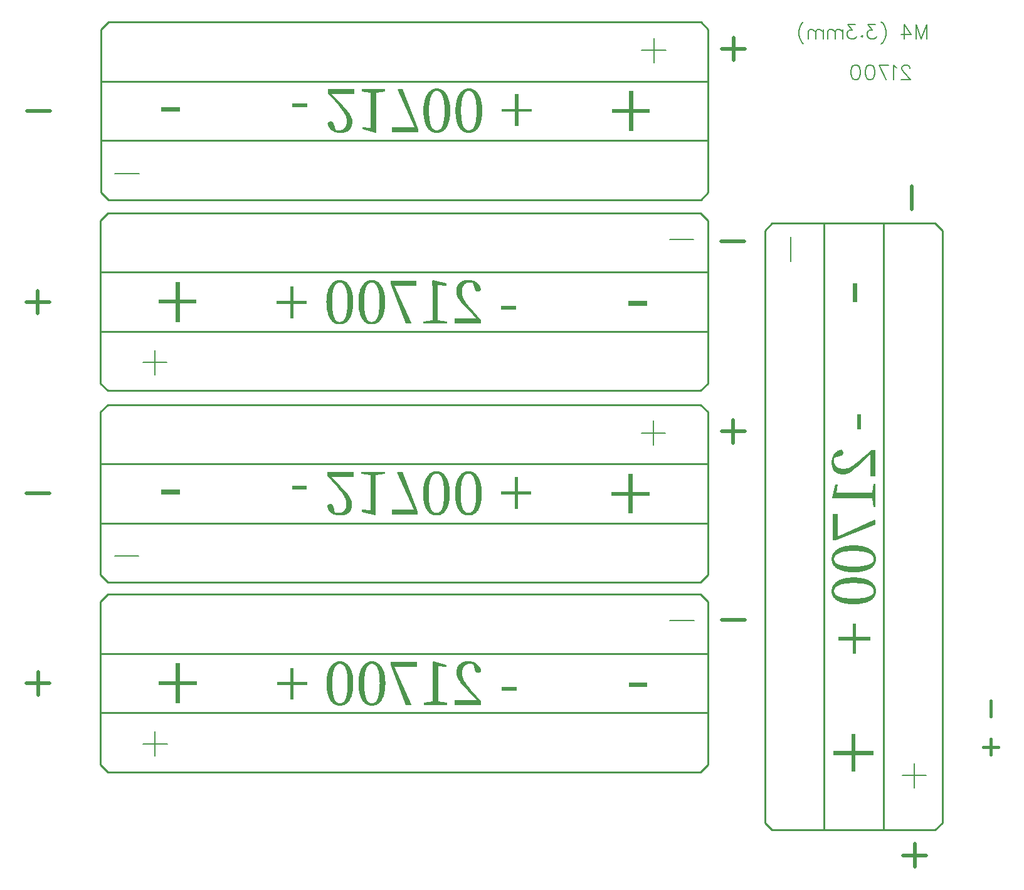
<source format=gbo>
G04 Layer: BottomSilkscreenLayer*
G04 EasyEDA v6.5.23, 2023-05-27 13:46:53*
G04 ad855449ed234b6990cb81ca5ba1a863,ef4dac4c239f4a7f90591e71bd1ece2f,10*
G04 Gerber Generator version 0.2*
G04 Scale: 100 percent, Rotated: No, Reflected: No *
G04 Dimensions in inches *
G04 leading zeros omitted , absolute positions ,3 integer and 6 decimal *
%FSLAX36Y36*%
%MOIN*%

%ADD10C,0.0080*%
%ADD11C,0.0200*%
%ADD12C,0.0150*%
%ADD13C,0.0100*%

%LPD*%
G36*
X2022400Y929700D02*
G01*
X2022400Y904800D01*
X2121800Y904800D01*
X2121800Y929700D01*
G37*
G36*
X-385800Y1031100D02*
G01*
X-385800Y936300D01*
X-475100Y936300D01*
X-475100Y915699D01*
X-385800Y915699D01*
X-385800Y818900D01*
X-363600Y818900D01*
X-363600Y915699D01*
X-273900Y915699D01*
X-273900Y936300D01*
X-363600Y936300D01*
X-363600Y1031100D01*
G37*
G36*
X1169900Y1041900D02*
G01*
X1164100Y1041740D01*
X1158580Y1041300D01*
X1153360Y1040560D01*
X1148440Y1039520D01*
X1143800Y1038220D01*
X1141580Y1037480D01*
X1137380Y1035780D01*
X1133460Y1033820D01*
X1129820Y1031620D01*
X1126440Y1029180D01*
X1123360Y1026500D01*
X1120540Y1023600D01*
X1117980Y1020480D01*
X1115700Y1017159D01*
X1113680Y1013640D01*
X1111920Y1009940D01*
X1110420Y1006040D01*
X1109180Y1001979D01*
X1108200Y997740D01*
X1107460Y993340D01*
X1106980Y988780D01*
X1106740Y984100D01*
X1106720Y980020D01*
X1106880Y976680D01*
X1107200Y973400D01*
X1107680Y970160D01*
X1108340Y966919D01*
X1109180Y963700D01*
X1110200Y960480D01*
X1111400Y957240D01*
X1112820Y953980D01*
X1114420Y950660D01*
X1116240Y947280D01*
X1118260Y943840D01*
X1120500Y940300D01*
X1125660Y932940D01*
X1128600Y929060D01*
X1131760Y925060D01*
X1138840Y916580D01*
X1146960Y907400D01*
X1156140Y897400D01*
X1166420Y886460D01*
X1194100Y857760D01*
X1214900Y836400D01*
X1097100Y836400D01*
X1097100Y810000D01*
X1236600Y810000D01*
X1236600Y831100D01*
X1214400Y856020D01*
X1185100Y889400D01*
X1176480Y899419D01*
X1168740Y908900D01*
X1165180Y913460D01*
X1161840Y917900D01*
X1158720Y922240D01*
X1155800Y926500D01*
X1153100Y930660D01*
X1150600Y934740D01*
X1148300Y938740D01*
X1146220Y942680D01*
X1144340Y946560D01*
X1142660Y950400D01*
X1141180Y954180D01*
X1139900Y957940D01*
X1138820Y961680D01*
X1137960Y965380D01*
X1137280Y969080D01*
X1136780Y972780D01*
X1136500Y976480D01*
X1136400Y980200D01*
X1136440Y982900D01*
X1136580Y985540D01*
X1137140Y990639D01*
X1138060Y995480D01*
X1139320Y1000040D01*
X1140080Y1002220D01*
X1141860Y1006340D01*
X1142860Y1008300D01*
X1145120Y1011979D01*
X1147680Y1015320D01*
X1149060Y1016860D01*
X1150540Y1018319D01*
X1152060Y1019680D01*
X1153680Y1020960D01*
X1157100Y1023240D01*
X1158900Y1024240D01*
X1162720Y1025920D01*
X1164720Y1026620D01*
X1166800Y1027220D01*
X1168920Y1027720D01*
X1171100Y1028100D01*
X1173340Y1028379D01*
X1175640Y1028540D01*
X1179900Y1028560D01*
X1184040Y1028300D01*
X1188640Y1027760D01*
X1196300Y1026400D01*
X1204140Y997860D01*
X1205260Y994520D01*
X1206480Y991600D01*
X1207760Y989020D01*
X1209160Y986820D01*
X1210640Y984980D01*
X1212220Y983439D01*
X1213900Y982240D01*
X1215680Y981320D01*
X1217580Y980680D01*
X1219580Y980320D01*
X1221700Y980200D01*
X1224300Y980380D01*
X1226780Y980920D01*
X1229120Y981800D01*
X1231280Y983020D01*
X1233280Y984520D01*
X1235100Y986320D01*
X1236720Y988379D01*
X1238100Y990699D01*
X1237220Y995680D01*
X1235980Y1000420D01*
X1235240Y1002700D01*
X1233480Y1007039D01*
X1231400Y1011140D01*
X1230260Y1013080D01*
X1227720Y1016800D01*
X1224920Y1020260D01*
X1221840Y1023460D01*
X1218520Y1026400D01*
X1214960Y1029080D01*
X1211160Y1031520D01*
X1207180Y1033700D01*
X1203020Y1035620D01*
X1198660Y1037280D01*
X1194160Y1038700D01*
X1189540Y1039840D01*
X1184760Y1040740D01*
X1179900Y1041380D01*
X1174940Y1041780D01*
G37*
G36*
X657200Y1041900D02*
G01*
X654060Y1041820D01*
X650920Y1041560D01*
X647780Y1041140D01*
X644680Y1040560D01*
X641600Y1039780D01*
X638560Y1038820D01*
X635540Y1037700D01*
X632560Y1036360D01*
X629640Y1034860D01*
X626760Y1033139D01*
X623940Y1031240D01*
X621160Y1029140D01*
X618480Y1026820D01*
X615860Y1024300D01*
X613300Y1021580D01*
X610840Y1018640D01*
X608460Y1015480D01*
X606180Y1012099D01*
X604000Y1008500D01*
X601900Y1004659D01*
X599940Y1000600D01*
X598080Y996300D01*
X596320Y991760D01*
X594720Y987000D01*
X593220Y981979D01*
X591860Y976720D01*
X590660Y971200D01*
X589580Y965440D01*
X588660Y959400D01*
X587900Y953120D01*
X587300Y946560D01*
X586860Y939760D01*
X586580Y932660D01*
X586500Y925300D01*
X616900Y925300D01*
X616980Y934440D01*
X617240Y943060D01*
X617660Y951180D01*
X618220Y958780D01*
X618940Y965920D01*
X619800Y972600D01*
X620780Y978820D01*
X621900Y984580D01*
X623160Y989940D01*
X624520Y994860D01*
X626000Y999400D01*
X627580Y1003540D01*
X629260Y1007320D01*
X631020Y1010720D01*
X632880Y1013780D01*
X634820Y1016500D01*
X636820Y1018900D01*
X638900Y1021000D01*
X641040Y1022800D01*
X643240Y1024300D01*
X645480Y1025560D01*
X647760Y1026540D01*
X650080Y1027280D01*
X652440Y1027800D01*
X654800Y1028100D01*
X657200Y1028199D01*
X659700Y1028100D01*
X662159Y1027800D01*
X664599Y1027280D01*
X667020Y1026540D01*
X669380Y1025560D01*
X671700Y1024300D01*
X673960Y1022800D01*
X676160Y1021000D01*
X678300Y1018900D01*
X680380Y1016500D01*
X682360Y1013780D01*
X684280Y1010720D01*
X686080Y1007320D01*
X687800Y1003540D01*
X689419Y999400D01*
X690939Y994860D01*
X692320Y989940D01*
X693600Y984580D01*
X694740Y978820D01*
X695759Y972600D01*
X696640Y965920D01*
X697360Y958780D01*
X697940Y951180D01*
X698360Y943060D01*
X698620Y934440D01*
X698700Y925300D01*
X698620Y916480D01*
X698400Y908120D01*
X698040Y900220D01*
X697540Y892760D01*
X696900Y885740D01*
X696140Y879140D01*
X695260Y872960D01*
X694260Y867159D01*
X693160Y861780D01*
X691940Y856760D01*
X690620Y852120D01*
X689200Y847820D01*
X687680Y843880D01*
X686080Y840280D01*
X684400Y837000D01*
X682640Y834020D01*
X680800Y831340D01*
X678900Y828960D01*
X676940Y826860D01*
X674920Y825040D01*
X672840Y823460D01*
X670720Y822140D01*
X668540Y821040D01*
X666340Y820160D01*
X664080Y819500D01*
X661820Y819060D01*
X659520Y818780D01*
X657200Y818700D01*
X654800Y818800D01*
X652440Y819120D01*
X650080Y819659D01*
X647760Y820420D01*
X644340Y822060D01*
X642120Y823500D01*
X639960Y825220D01*
X637860Y827240D01*
X635800Y829560D01*
X633840Y832220D01*
X631940Y835220D01*
X630120Y838580D01*
X628400Y842300D01*
X626760Y846400D01*
X625240Y850879D01*
X623820Y855780D01*
X622520Y861120D01*
X621340Y866880D01*
X620280Y873080D01*
X619340Y879740D01*
X618560Y886900D01*
X617920Y894520D01*
X617420Y902660D01*
X617100Y911320D01*
X616900Y925300D01*
X586500Y925300D01*
X586580Y917700D01*
X586860Y910400D01*
X587300Y903379D01*
X587900Y896620D01*
X588660Y890160D01*
X589580Y883960D01*
X590660Y878020D01*
X591860Y872360D01*
X593220Y866940D01*
X594720Y861800D01*
X596320Y856900D01*
X598080Y852240D01*
X599940Y847840D01*
X601900Y843680D01*
X604000Y839760D01*
X606180Y836060D01*
X608460Y832620D01*
X610840Y829380D01*
X613300Y826380D01*
X615860Y823600D01*
X618480Y821020D01*
X621160Y818680D01*
X623940Y816520D01*
X626760Y814580D01*
X629640Y812840D01*
X632560Y811300D01*
X635540Y809960D01*
X638560Y808820D01*
X641600Y807840D01*
X644680Y807060D01*
X647780Y806460D01*
X650920Y806040D01*
X654060Y805780D01*
X657200Y805699D01*
X660420Y805780D01*
X663640Y806040D01*
X666820Y806460D01*
X670000Y807060D01*
X673139Y807840D01*
X676240Y808820D01*
X679320Y809960D01*
X682340Y811300D01*
X685300Y812840D01*
X688220Y814580D01*
X691100Y816520D01*
X693880Y818680D01*
X696620Y821020D01*
X699260Y823600D01*
X701840Y826380D01*
X704320Y829380D01*
X706720Y832620D01*
X709020Y836060D01*
X711240Y839760D01*
X713319Y843680D01*
X715320Y847840D01*
X717180Y852240D01*
X718940Y856900D01*
X720560Y861800D01*
X722060Y866940D01*
X723420Y872360D01*
X724640Y878020D01*
X725720Y883960D01*
X726640Y890160D01*
X727400Y896620D01*
X728000Y903379D01*
X728439Y910400D01*
X728720Y917700D01*
X728800Y925300D01*
X728720Y932660D01*
X728439Y939760D01*
X728000Y946560D01*
X727400Y953120D01*
X726640Y959400D01*
X725720Y965440D01*
X724640Y971200D01*
X723420Y976720D01*
X722060Y981979D01*
X720560Y987000D01*
X718940Y991760D01*
X717180Y996300D01*
X715320Y1000600D01*
X713319Y1004659D01*
X711240Y1008500D01*
X709020Y1012099D01*
X706720Y1015480D01*
X704320Y1018640D01*
X701840Y1021580D01*
X699260Y1024300D01*
X696620Y1026820D01*
X693880Y1029140D01*
X691100Y1031240D01*
X688220Y1033139D01*
X685300Y1034860D01*
X682340Y1036360D01*
X679320Y1037700D01*
X676240Y1038820D01*
X673139Y1039780D01*
X670000Y1040560D01*
X666820Y1041140D01*
X663640Y1041560D01*
X660420Y1041820D01*
G37*
G36*
X487000Y1041900D02*
G01*
X483860Y1041820D01*
X480720Y1041560D01*
X477580Y1041140D01*
X474480Y1040560D01*
X471400Y1039780D01*
X468360Y1038820D01*
X465340Y1037700D01*
X462360Y1036360D01*
X459440Y1034860D01*
X456560Y1033139D01*
X453740Y1031240D01*
X450959Y1029140D01*
X448280Y1026820D01*
X445660Y1024300D01*
X443100Y1021580D01*
X440640Y1018640D01*
X438260Y1015480D01*
X435980Y1012099D01*
X433800Y1008500D01*
X431700Y1004659D01*
X429739Y1000600D01*
X427879Y996300D01*
X426120Y991760D01*
X424520Y987000D01*
X423020Y981979D01*
X421659Y976720D01*
X420460Y971200D01*
X419380Y965440D01*
X418459Y959400D01*
X417700Y953120D01*
X417100Y946560D01*
X416659Y939760D01*
X416380Y932660D01*
X416300Y925300D01*
X446700Y925300D01*
X446780Y934440D01*
X447040Y943060D01*
X447460Y951180D01*
X448020Y958780D01*
X448740Y965920D01*
X449600Y972600D01*
X450580Y978820D01*
X451700Y984580D01*
X452960Y989940D01*
X454320Y994860D01*
X455800Y999400D01*
X457380Y1003540D01*
X459060Y1007320D01*
X460820Y1010720D01*
X462680Y1013780D01*
X464620Y1016500D01*
X466620Y1018900D01*
X468700Y1021000D01*
X470840Y1022800D01*
X473040Y1024300D01*
X475280Y1025560D01*
X477560Y1026540D01*
X479880Y1027280D01*
X482239Y1027800D01*
X484600Y1028100D01*
X487000Y1028199D01*
X489500Y1028100D01*
X491960Y1027800D01*
X494400Y1027280D01*
X496820Y1026540D01*
X499180Y1025560D01*
X501500Y1024300D01*
X503760Y1022800D01*
X505959Y1021000D01*
X508100Y1018900D01*
X510180Y1016500D01*
X512160Y1013780D01*
X514080Y1010720D01*
X515880Y1007320D01*
X517600Y1003540D01*
X519219Y999400D01*
X520740Y994860D01*
X522120Y989940D01*
X523400Y984580D01*
X524540Y978820D01*
X525560Y972600D01*
X526440Y965920D01*
X527160Y958780D01*
X527740Y951180D01*
X528160Y943060D01*
X528420Y934440D01*
X528500Y925300D01*
X528420Y916480D01*
X528200Y908120D01*
X527840Y900220D01*
X527340Y892760D01*
X526700Y885740D01*
X525940Y879140D01*
X525060Y872960D01*
X524060Y867159D01*
X522960Y861780D01*
X521740Y856760D01*
X520420Y852120D01*
X519000Y847820D01*
X517480Y843880D01*
X515880Y840280D01*
X514200Y837000D01*
X512440Y834020D01*
X510600Y831340D01*
X508700Y828960D01*
X506740Y826860D01*
X504720Y825040D01*
X502640Y823460D01*
X500520Y822140D01*
X498340Y821040D01*
X496140Y820160D01*
X493880Y819500D01*
X491620Y819060D01*
X489320Y818780D01*
X487000Y818700D01*
X484600Y818800D01*
X482239Y819120D01*
X479880Y819659D01*
X477560Y820420D01*
X474140Y822060D01*
X471920Y823500D01*
X469760Y825220D01*
X467660Y827240D01*
X465600Y829560D01*
X463640Y832220D01*
X461740Y835220D01*
X459920Y838580D01*
X458200Y842300D01*
X456560Y846400D01*
X455040Y850879D01*
X453620Y855780D01*
X452320Y861120D01*
X451140Y866880D01*
X450080Y873080D01*
X449140Y879740D01*
X448360Y886900D01*
X447720Y894520D01*
X447220Y902660D01*
X446900Y911320D01*
X446700Y925300D01*
X416300Y925300D01*
X416380Y917700D01*
X416659Y910400D01*
X417100Y903379D01*
X417700Y896620D01*
X418459Y890160D01*
X419380Y883960D01*
X420460Y878020D01*
X421659Y872360D01*
X423020Y866940D01*
X424520Y861800D01*
X426120Y856900D01*
X427879Y852240D01*
X429739Y847840D01*
X431700Y843680D01*
X433800Y839760D01*
X435980Y836060D01*
X438260Y832620D01*
X440640Y829380D01*
X443100Y826380D01*
X445660Y823600D01*
X448280Y821020D01*
X450959Y818680D01*
X453740Y816520D01*
X456560Y814580D01*
X459440Y812840D01*
X462360Y811300D01*
X465340Y809960D01*
X468360Y808820D01*
X471400Y807840D01*
X474480Y807060D01*
X477580Y806460D01*
X480720Y806040D01*
X483860Y805780D01*
X487000Y805699D01*
X490220Y805780D01*
X493440Y806040D01*
X496620Y806460D01*
X499799Y807060D01*
X502939Y807840D01*
X506040Y808820D01*
X509120Y809960D01*
X512140Y811300D01*
X515100Y812840D01*
X518020Y814580D01*
X520900Y816520D01*
X523680Y818680D01*
X526420Y821020D01*
X529060Y823600D01*
X531640Y826380D01*
X534120Y829380D01*
X536520Y832620D01*
X538820Y836060D01*
X541040Y839760D01*
X543120Y843680D01*
X545120Y847840D01*
X546980Y852240D01*
X548740Y856900D01*
X550360Y861800D01*
X551860Y866940D01*
X553220Y872360D01*
X554440Y878020D01*
X555520Y883960D01*
X556440Y890160D01*
X557200Y896620D01*
X557800Y903379D01*
X558240Y910400D01*
X558520Y917700D01*
X558600Y925300D01*
X558520Y932660D01*
X558240Y939760D01*
X557800Y946560D01*
X557200Y953120D01*
X556440Y959400D01*
X555520Y965440D01*
X554440Y971200D01*
X553220Y976720D01*
X551860Y981979D01*
X550360Y987000D01*
X548740Y991760D01*
X546980Y996300D01*
X545120Y1000600D01*
X543120Y1004659D01*
X541040Y1008500D01*
X538820Y1012099D01*
X536520Y1015480D01*
X534120Y1018640D01*
X531640Y1021580D01*
X529060Y1024300D01*
X526420Y1026820D01*
X523680Y1029140D01*
X520900Y1031240D01*
X518020Y1033139D01*
X515100Y1034860D01*
X512140Y1036360D01*
X509120Y1037700D01*
X506040Y1038820D01*
X502939Y1039780D01*
X499799Y1040560D01*
X496620Y1041140D01*
X493440Y1041560D01*
X490220Y1041820D01*
G37*
G36*
X984200Y1040600D02*
G01*
X979599Y1037200D01*
X980800Y988199D01*
X980759Y870759D01*
X980620Y854460D01*
X980200Y827400D01*
X932500Y820500D01*
X932500Y810000D01*
X1057700Y810000D01*
X1057700Y820500D01*
X1009300Y827400D01*
X1008860Y857180D01*
X1008700Y876200D01*
X1008700Y1014900D01*
X1054000Y1010600D01*
X1054000Y1022400D01*
G37*
G36*
X757900Y1037200D02*
G01*
X757900Y1020500D01*
X838199Y810000D01*
X864300Y810000D01*
X867400Y813100D01*
X776800Y1010600D01*
X895900Y1010600D01*
X895900Y1037200D01*
G37*
G36*
X223800Y1005600D02*
G01*
X223800Y930300D01*
X152800Y930300D01*
X152800Y913900D01*
X223800Y913900D01*
X223800Y837000D01*
X241500Y837000D01*
X241500Y913900D01*
X312800Y913900D01*
X312800Y930300D01*
X241500Y930300D01*
X241500Y1005600D01*
G37*
G36*
X1346300Y905200D02*
G01*
X1346300Y885300D01*
X1425400Y885300D01*
X1425400Y905200D01*
G37*
G36*
X-463800Y1954199D02*
G01*
X-463800Y1929300D01*
X-364400Y1929300D01*
X-364400Y1954199D01*
G37*
G36*
X2021600Y2040100D02*
G01*
X2021600Y1943300D01*
X1931900Y1943300D01*
X1931900Y1922700D01*
X2021600Y1922700D01*
X2021600Y1827900D01*
X2043800Y1827900D01*
X2043800Y1922700D01*
X2133100Y1922700D01*
X2133100Y1943300D01*
X2043800Y1943300D01*
X2043800Y2040100D01*
G37*
G36*
X1000800Y2053300D02*
G01*
X997580Y2053220D01*
X994360Y2052960D01*
X991180Y2052540D01*
X988000Y2051940D01*
X984860Y2051160D01*
X981760Y2050180D01*
X978680Y2049040D01*
X975660Y2047700D01*
X972700Y2046160D01*
X969780Y2044420D01*
X966900Y2042480D01*
X964120Y2040320D01*
X961380Y2037980D01*
X958740Y2035400D01*
X956160Y2032620D01*
X953680Y2029620D01*
X951280Y2026380D01*
X948980Y2022940D01*
X946760Y2019240D01*
X944680Y2015320D01*
X942680Y2011160D01*
X940819Y2006759D01*
X939060Y2002100D01*
X937440Y1997200D01*
X935939Y1992060D01*
X934580Y1986639D01*
X933360Y1980980D01*
X932280Y1975040D01*
X931360Y1968839D01*
X930600Y1962380D01*
X930000Y1955620D01*
X929560Y1948600D01*
X929280Y1941300D01*
X929200Y1933700D01*
X959300Y1933700D01*
X959380Y1942520D01*
X959599Y1950880D01*
X959960Y1958779D01*
X960460Y1966240D01*
X961100Y1973260D01*
X961860Y1979860D01*
X962740Y1986040D01*
X963740Y1991840D01*
X964840Y1997220D01*
X966060Y2002240D01*
X967380Y2006879D01*
X968800Y2011180D01*
X970320Y2015120D01*
X971919Y2018720D01*
X973600Y2022000D01*
X975360Y2024980D01*
X977200Y2027660D01*
X979100Y2030040D01*
X981060Y2032140D01*
X983080Y2033959D01*
X985160Y2035540D01*
X987280Y2036860D01*
X989460Y2037960D01*
X991660Y2038839D01*
X993920Y2039500D01*
X996180Y2039940D01*
X998480Y2040220D01*
X1000800Y2040300D01*
X1003199Y2040200D01*
X1005560Y2039880D01*
X1007920Y2039340D01*
X1010240Y2038580D01*
X1013660Y2036940D01*
X1015879Y2035500D01*
X1018040Y2033779D01*
X1020140Y2031759D01*
X1022200Y2029440D01*
X1024160Y2026780D01*
X1026060Y2023779D01*
X1027880Y2020420D01*
X1029599Y2016699D01*
X1031240Y2012600D01*
X1032760Y2008120D01*
X1034180Y2003220D01*
X1035480Y1997880D01*
X1036660Y1992120D01*
X1037720Y1985920D01*
X1038660Y1979259D01*
X1039440Y1972100D01*
X1040080Y1964480D01*
X1040580Y1956339D01*
X1040900Y1947680D01*
X1041080Y1938500D01*
X1041080Y1929060D01*
X1040900Y1920180D01*
X1040580Y1911819D01*
X1040080Y1903959D01*
X1039440Y1896579D01*
X1038660Y1889680D01*
X1037720Y1883240D01*
X1036660Y1877240D01*
X1035480Y1871680D01*
X1034180Y1866540D01*
X1032760Y1861819D01*
X1031240Y1857480D01*
X1029599Y1853520D01*
X1027880Y1849940D01*
X1026060Y1846699D01*
X1024160Y1843820D01*
X1022200Y1841260D01*
X1020140Y1839019D01*
X1018040Y1837080D01*
X1015879Y1835420D01*
X1013660Y1834040D01*
X1011380Y1832920D01*
X1009080Y1832060D01*
X1006740Y1831420D01*
X1004380Y1831020D01*
X1002000Y1830820D01*
X999560Y1830820D01*
X997060Y1831020D01*
X994599Y1831420D01*
X992180Y1832060D01*
X989800Y1832920D01*
X987460Y1834040D01*
X985160Y1835420D01*
X982920Y1837080D01*
X980759Y1839019D01*
X978640Y1841260D01*
X976620Y1843820D01*
X974659Y1846699D01*
X972800Y1849940D01*
X971040Y1853520D01*
X969380Y1857480D01*
X967800Y1861819D01*
X966360Y1866540D01*
X965020Y1871680D01*
X963820Y1877240D01*
X962740Y1883240D01*
X961780Y1889680D01*
X960980Y1896579D01*
X960340Y1903959D01*
X959840Y1911819D01*
X959500Y1920180D01*
X959300Y1933700D01*
X929200Y1933700D01*
X929280Y1926339D01*
X929560Y1919240D01*
X930000Y1912440D01*
X930600Y1905880D01*
X931360Y1899600D01*
X932280Y1893560D01*
X933360Y1887800D01*
X934580Y1882280D01*
X935939Y1877020D01*
X937440Y1872000D01*
X939060Y1867240D01*
X940819Y1862700D01*
X942680Y1858400D01*
X944680Y1854340D01*
X946760Y1850500D01*
X948980Y1846900D01*
X951280Y1843520D01*
X953680Y1840360D01*
X956160Y1837420D01*
X958740Y1834700D01*
X961380Y1832180D01*
X964120Y1829860D01*
X966900Y1827760D01*
X969780Y1825860D01*
X972700Y1824139D01*
X975660Y1822640D01*
X978680Y1821300D01*
X981760Y1820180D01*
X984860Y1819220D01*
X988000Y1818440D01*
X991180Y1817860D01*
X994360Y1817440D01*
X997580Y1817180D01*
X1000800Y1817100D01*
X1003940Y1817180D01*
X1007080Y1817440D01*
X1010220Y1817860D01*
X1013319Y1818440D01*
X1016400Y1819220D01*
X1019440Y1820180D01*
X1022460Y1821300D01*
X1025440Y1822640D01*
X1028360Y1824139D01*
X1031240Y1825860D01*
X1034060Y1827760D01*
X1036840Y1829860D01*
X1039520Y1832180D01*
X1042140Y1834700D01*
X1044700Y1837420D01*
X1047159Y1840360D01*
X1049540Y1843520D01*
X1051820Y1846900D01*
X1054000Y1850500D01*
X1056100Y1854340D01*
X1058060Y1858400D01*
X1059920Y1862700D01*
X1061680Y1867240D01*
X1063280Y1872000D01*
X1064780Y1877020D01*
X1066140Y1882280D01*
X1067340Y1887800D01*
X1068420Y1893560D01*
X1069340Y1899600D01*
X1070100Y1905880D01*
X1070700Y1912440D01*
X1071140Y1919240D01*
X1071420Y1926339D01*
X1071500Y1933700D01*
X1071420Y1941300D01*
X1071140Y1948600D01*
X1070700Y1955620D01*
X1070100Y1962380D01*
X1069340Y1968839D01*
X1068420Y1975040D01*
X1067340Y1980980D01*
X1066140Y1986639D01*
X1064780Y1992060D01*
X1063280Y1997200D01*
X1061680Y2002100D01*
X1059920Y2006759D01*
X1058060Y2011160D01*
X1056100Y2015320D01*
X1054000Y2019240D01*
X1051820Y2022940D01*
X1049540Y2026380D01*
X1047159Y2029620D01*
X1044700Y2032620D01*
X1042140Y2035400D01*
X1039520Y2037980D01*
X1036840Y2040320D01*
X1034060Y2042480D01*
X1031240Y2044420D01*
X1028360Y2046160D01*
X1025440Y2047700D01*
X1022460Y2049040D01*
X1019440Y2050180D01*
X1016400Y2051160D01*
X1013319Y2051940D01*
X1010220Y2052540D01*
X1007080Y2052960D01*
X1003940Y2053220D01*
G37*
G36*
X1171000Y2053300D02*
G01*
X1167780Y2053220D01*
X1164560Y2052960D01*
X1161380Y2052540D01*
X1158200Y2051940D01*
X1155060Y2051160D01*
X1151960Y2050180D01*
X1148880Y2049040D01*
X1145860Y2047700D01*
X1142900Y2046160D01*
X1139980Y2044420D01*
X1137100Y2042480D01*
X1134320Y2040320D01*
X1131580Y2037980D01*
X1128940Y2035400D01*
X1126360Y2032620D01*
X1123880Y2029620D01*
X1121480Y2026380D01*
X1119180Y2022940D01*
X1116960Y2019240D01*
X1114880Y2015320D01*
X1112880Y2011160D01*
X1111020Y2006759D01*
X1109260Y2002100D01*
X1107640Y1997200D01*
X1106140Y1992060D01*
X1104780Y1986639D01*
X1103560Y1980980D01*
X1102480Y1975040D01*
X1101560Y1968839D01*
X1100800Y1962380D01*
X1100200Y1955620D01*
X1099760Y1948600D01*
X1099480Y1941300D01*
X1099400Y1933700D01*
X1129500Y1933700D01*
X1129580Y1942520D01*
X1129800Y1950880D01*
X1130160Y1958779D01*
X1130660Y1966240D01*
X1131300Y1973260D01*
X1132060Y1979860D01*
X1132940Y1986040D01*
X1133940Y1991840D01*
X1135040Y1997220D01*
X1136260Y2002240D01*
X1137580Y2006879D01*
X1139000Y2011180D01*
X1140520Y2015120D01*
X1142120Y2018720D01*
X1143800Y2022000D01*
X1145560Y2024980D01*
X1147400Y2027660D01*
X1149300Y2030040D01*
X1151260Y2032140D01*
X1153280Y2033959D01*
X1155360Y2035540D01*
X1157480Y2036860D01*
X1159660Y2037960D01*
X1161860Y2038839D01*
X1164120Y2039500D01*
X1166380Y2039940D01*
X1168680Y2040220D01*
X1171000Y2040300D01*
X1173400Y2040200D01*
X1175760Y2039880D01*
X1178120Y2039340D01*
X1180440Y2038580D01*
X1183860Y2036940D01*
X1186080Y2035500D01*
X1188240Y2033779D01*
X1190340Y2031759D01*
X1192400Y2029440D01*
X1194360Y2026780D01*
X1196260Y2023779D01*
X1198080Y2020420D01*
X1199800Y2016699D01*
X1201440Y2012600D01*
X1202960Y2008120D01*
X1204380Y2003220D01*
X1205680Y1997880D01*
X1206860Y1992120D01*
X1207920Y1985920D01*
X1208860Y1979259D01*
X1209640Y1972100D01*
X1210280Y1964480D01*
X1210780Y1956339D01*
X1211100Y1947680D01*
X1211280Y1938500D01*
X1211280Y1929060D01*
X1211100Y1920180D01*
X1210780Y1911819D01*
X1210280Y1903959D01*
X1209640Y1896579D01*
X1208860Y1889680D01*
X1207920Y1883240D01*
X1206860Y1877240D01*
X1205680Y1871680D01*
X1204380Y1866540D01*
X1202960Y1861819D01*
X1201440Y1857480D01*
X1199800Y1853520D01*
X1198080Y1849940D01*
X1196260Y1846699D01*
X1194360Y1843820D01*
X1192400Y1841260D01*
X1190340Y1839019D01*
X1188240Y1837080D01*
X1186080Y1835420D01*
X1183860Y1834040D01*
X1181580Y1832920D01*
X1179280Y1832060D01*
X1176940Y1831420D01*
X1174580Y1831020D01*
X1172200Y1830820D01*
X1169760Y1830820D01*
X1167260Y1831020D01*
X1164800Y1831420D01*
X1162380Y1832060D01*
X1160000Y1832920D01*
X1157660Y1834040D01*
X1155360Y1835420D01*
X1153120Y1837080D01*
X1150960Y1839019D01*
X1148840Y1841260D01*
X1146820Y1843820D01*
X1144860Y1846699D01*
X1143000Y1849940D01*
X1141240Y1853520D01*
X1139580Y1857480D01*
X1138000Y1861819D01*
X1136560Y1866540D01*
X1135220Y1871680D01*
X1134020Y1877240D01*
X1132940Y1883240D01*
X1131980Y1889680D01*
X1131180Y1896579D01*
X1130540Y1903959D01*
X1130040Y1911819D01*
X1129700Y1920180D01*
X1129500Y1933700D01*
X1099400Y1933700D01*
X1099480Y1926339D01*
X1099760Y1919240D01*
X1100200Y1912440D01*
X1100800Y1905880D01*
X1101560Y1899600D01*
X1102480Y1893560D01*
X1103560Y1887800D01*
X1104780Y1882280D01*
X1106140Y1877020D01*
X1107640Y1872000D01*
X1109260Y1867240D01*
X1111020Y1862700D01*
X1112880Y1858400D01*
X1114880Y1854340D01*
X1116960Y1850500D01*
X1119180Y1846900D01*
X1121480Y1843520D01*
X1123880Y1840360D01*
X1126360Y1837420D01*
X1128940Y1834700D01*
X1131580Y1832180D01*
X1134320Y1829860D01*
X1137100Y1827760D01*
X1139980Y1825860D01*
X1142900Y1824139D01*
X1145860Y1822640D01*
X1148880Y1821300D01*
X1151960Y1820180D01*
X1155060Y1819220D01*
X1158200Y1818440D01*
X1161380Y1817860D01*
X1164560Y1817440D01*
X1167780Y1817180D01*
X1171000Y1817100D01*
X1174140Y1817180D01*
X1177280Y1817440D01*
X1180420Y1817860D01*
X1183520Y1818440D01*
X1186600Y1819220D01*
X1189640Y1820180D01*
X1192660Y1821300D01*
X1195640Y1822640D01*
X1198560Y1824139D01*
X1201440Y1825860D01*
X1204260Y1827760D01*
X1207040Y1829860D01*
X1209720Y1832180D01*
X1212340Y1834700D01*
X1214900Y1837420D01*
X1217360Y1840360D01*
X1219740Y1843520D01*
X1222020Y1846900D01*
X1224200Y1850500D01*
X1226300Y1854340D01*
X1228260Y1858400D01*
X1230120Y1862700D01*
X1231880Y1867240D01*
X1233480Y1872000D01*
X1234980Y1877020D01*
X1236340Y1882280D01*
X1237540Y1887800D01*
X1238620Y1893560D01*
X1239540Y1899600D01*
X1240300Y1905880D01*
X1240900Y1912440D01*
X1241340Y1919240D01*
X1241620Y1926339D01*
X1241700Y1933700D01*
X1241620Y1941300D01*
X1241340Y1948600D01*
X1240900Y1955620D01*
X1240300Y1962380D01*
X1239540Y1968839D01*
X1238620Y1975040D01*
X1237540Y1980980D01*
X1236340Y1986639D01*
X1234980Y1992060D01*
X1233480Y1997200D01*
X1231880Y2002100D01*
X1230120Y2006759D01*
X1228260Y2011160D01*
X1226300Y2015320D01*
X1224200Y2019240D01*
X1222020Y2022940D01*
X1219740Y2026380D01*
X1217360Y2029620D01*
X1214900Y2032620D01*
X1212340Y2035400D01*
X1209720Y2037980D01*
X1207040Y2040320D01*
X1204260Y2042480D01*
X1201440Y2044420D01*
X1198560Y2046160D01*
X1195640Y2047700D01*
X1192660Y2049040D01*
X1189640Y2050180D01*
X1186600Y2051160D01*
X1183520Y2051940D01*
X1180420Y2052540D01*
X1177280Y2052960D01*
X1174140Y2053220D01*
G37*
G36*
X421400Y2049000D02*
G01*
X421400Y2027900D01*
X443600Y2002980D01*
X472900Y1969600D01*
X481520Y1959580D01*
X489260Y1950100D01*
X492819Y1945540D01*
X496160Y1941100D01*
X499280Y1936759D01*
X502200Y1932500D01*
X504900Y1928340D01*
X507400Y1924259D01*
X509700Y1920260D01*
X511780Y1916320D01*
X513660Y1912440D01*
X515340Y1908600D01*
X516820Y1904820D01*
X518100Y1901060D01*
X519180Y1897320D01*
X520040Y1893620D01*
X520720Y1889920D01*
X521220Y1886220D01*
X521500Y1882520D01*
X521599Y1878800D01*
X521560Y1876100D01*
X521420Y1873460D01*
X520860Y1868360D01*
X519940Y1863520D01*
X518680Y1858959D01*
X517920Y1856780D01*
X516140Y1852660D01*
X515140Y1850700D01*
X512879Y1847020D01*
X510319Y1843680D01*
X508940Y1842140D01*
X507460Y1840680D01*
X505940Y1839319D01*
X504320Y1838040D01*
X500900Y1835760D01*
X499099Y1834760D01*
X495280Y1833080D01*
X493280Y1832380D01*
X491200Y1831780D01*
X489080Y1831279D01*
X486900Y1830900D01*
X484660Y1830620D01*
X482360Y1830460D01*
X478100Y1830440D01*
X473960Y1830700D01*
X469360Y1831240D01*
X461700Y1832600D01*
X453860Y1861140D01*
X452740Y1864480D01*
X451520Y1867400D01*
X450240Y1869980D01*
X448840Y1872180D01*
X447360Y1874019D01*
X445780Y1875560D01*
X444099Y1876759D01*
X442320Y1877680D01*
X440420Y1878320D01*
X438420Y1878680D01*
X436300Y1878800D01*
X433700Y1878620D01*
X431220Y1878080D01*
X428880Y1877200D01*
X426719Y1875980D01*
X424720Y1874480D01*
X422900Y1872680D01*
X421280Y1870620D01*
X419900Y1868300D01*
X420780Y1863320D01*
X422020Y1858580D01*
X422760Y1856300D01*
X424520Y1851960D01*
X426599Y1847860D01*
X427740Y1845920D01*
X430280Y1842200D01*
X433080Y1838740D01*
X436160Y1835540D01*
X439480Y1832600D01*
X443060Y1829920D01*
X446840Y1827480D01*
X450820Y1825300D01*
X454980Y1823380D01*
X459340Y1821720D01*
X463840Y1820300D01*
X468459Y1819160D01*
X473240Y1818260D01*
X478100Y1817620D01*
X483060Y1817220D01*
X488100Y1817100D01*
X493900Y1817260D01*
X499420Y1817700D01*
X504640Y1818440D01*
X509560Y1819480D01*
X514200Y1820780D01*
X516420Y1821519D01*
X520620Y1823220D01*
X524540Y1825180D01*
X528180Y1827380D01*
X531560Y1829820D01*
X534640Y1832500D01*
X537460Y1835400D01*
X540020Y1838520D01*
X542300Y1841840D01*
X544320Y1845360D01*
X546080Y1849060D01*
X547580Y1852960D01*
X548820Y1857020D01*
X549800Y1861260D01*
X550540Y1865660D01*
X551020Y1870220D01*
X551260Y1874900D01*
X551280Y1878980D01*
X551120Y1882320D01*
X550800Y1885600D01*
X550320Y1888839D01*
X549660Y1892080D01*
X548820Y1895300D01*
X547800Y1898520D01*
X546600Y1901759D01*
X545180Y1905020D01*
X543580Y1908340D01*
X541760Y1911720D01*
X539740Y1915160D01*
X537500Y1918700D01*
X532340Y1926060D01*
X529400Y1929940D01*
X526240Y1933940D01*
X519159Y1942420D01*
X511040Y1951600D01*
X501860Y1961600D01*
X491580Y1972540D01*
X463900Y2001240D01*
X443100Y2022600D01*
X560900Y2022600D01*
X560900Y2049000D01*
G37*
G36*
X600300Y2049000D02*
G01*
X600300Y2038500D01*
X648700Y2031600D01*
X649140Y2001819D01*
X649300Y1982800D01*
X649300Y1844100D01*
X604000Y1848400D01*
X604000Y1836600D01*
X673800Y1818400D01*
X678400Y1821800D01*
X677200Y1870800D01*
X677240Y1988240D01*
X677380Y2004540D01*
X677800Y2031600D01*
X725500Y2038500D01*
X725500Y2049000D01*
G37*
G36*
X793700Y2049000D02*
G01*
X790600Y2045900D01*
X881200Y1848400D01*
X762099Y1848400D01*
X762099Y1821800D01*
X900100Y1821800D01*
X900100Y1838500D01*
X819800Y2049000D01*
G37*
G36*
X1416500Y2022000D02*
G01*
X1416500Y1945100D01*
X1345200Y1945100D01*
X1345200Y1928700D01*
X1416500Y1928700D01*
X1416500Y1853400D01*
X1434199Y1853400D01*
X1434199Y1928700D01*
X1505200Y1928700D01*
X1505200Y1945100D01*
X1434199Y1945100D01*
X1434199Y2022000D01*
G37*
G36*
X232600Y1973700D02*
G01*
X232600Y1953800D01*
X311700Y1953800D01*
X311700Y1973700D01*
G37*
G36*
X2021399Y2957700D02*
G01*
X2021399Y2932799D01*
X2120800Y2932799D01*
X2120800Y2957700D01*
G37*
G36*
X-386800Y3059100D02*
G01*
X-386800Y2964300D01*
X-476100Y2964300D01*
X-476100Y2943700D01*
X-386800Y2943700D01*
X-386800Y2846900D01*
X-364600Y2846900D01*
X-364600Y2943700D01*
X-274900Y2943700D01*
X-274900Y2964300D01*
X-364600Y2964300D01*
X-364600Y3059100D01*
G37*
G36*
X1168900Y3069900D02*
G01*
X1163100Y3069740D01*
X1157580Y3069300D01*
X1152360Y3068560D01*
X1147440Y3067520D01*
X1142800Y3066220D01*
X1140580Y3065480D01*
X1136380Y3063780D01*
X1132460Y3061820D01*
X1128820Y3059620D01*
X1125440Y3057180D01*
X1122360Y3054500D01*
X1119540Y3051600D01*
X1116980Y3048480D01*
X1114700Y3045160D01*
X1112680Y3041640D01*
X1110920Y3037940D01*
X1109420Y3034040D01*
X1108180Y3029980D01*
X1107200Y3025740D01*
X1106460Y3021340D01*
X1105980Y3016780D01*
X1105740Y3012100D01*
X1105720Y3008020D01*
X1105880Y3004680D01*
X1106200Y3001400D01*
X1106680Y2998159D01*
X1107340Y2994920D01*
X1108180Y2991700D01*
X1109200Y2988480D01*
X1110400Y2985240D01*
X1111820Y2981980D01*
X1113420Y2978660D01*
X1115240Y2975280D01*
X1117260Y2971840D01*
X1119500Y2968300D01*
X1124660Y2960940D01*
X1127600Y2957060D01*
X1130760Y2953060D01*
X1137840Y2944580D01*
X1145960Y2935400D01*
X1155140Y2925400D01*
X1165420Y2914460D01*
X1193100Y2885760D01*
X1213900Y2864400D01*
X1096100Y2864400D01*
X1096100Y2838000D01*
X1235600Y2838000D01*
X1235600Y2859100D01*
X1216740Y2880240D01*
X1179680Y2922480D01*
X1171500Y2932220D01*
X1164180Y2941460D01*
X1160840Y2945899D01*
X1157720Y2950240D01*
X1154800Y2954500D01*
X1152100Y2958660D01*
X1149600Y2962740D01*
X1147300Y2966740D01*
X1145220Y2970680D01*
X1143340Y2974560D01*
X1141660Y2978399D01*
X1140180Y2982180D01*
X1138900Y2985940D01*
X1137820Y2989680D01*
X1136960Y2993380D01*
X1136280Y2997080D01*
X1135780Y3000779D01*
X1135500Y3004480D01*
X1135400Y3008200D01*
X1135440Y3010899D01*
X1135580Y3013540D01*
X1136140Y3018639D01*
X1137060Y3023480D01*
X1138320Y3028039D01*
X1139080Y3030220D01*
X1140860Y3034340D01*
X1141860Y3036300D01*
X1144120Y3039980D01*
X1146680Y3043320D01*
X1148060Y3044860D01*
X1149540Y3046320D01*
X1151060Y3047679D01*
X1152680Y3048960D01*
X1156100Y3051240D01*
X1157900Y3052240D01*
X1161720Y3053920D01*
X1163720Y3054620D01*
X1165800Y3055220D01*
X1167920Y3055720D01*
X1170100Y3056100D01*
X1172340Y3056380D01*
X1174640Y3056540D01*
X1178900Y3056560D01*
X1183040Y3056300D01*
X1187640Y3055760D01*
X1195300Y3054400D01*
X1203140Y3025860D01*
X1204260Y3022520D01*
X1205480Y3019600D01*
X1206760Y3017020D01*
X1208160Y3014820D01*
X1209640Y3012980D01*
X1211220Y3011440D01*
X1212900Y3010240D01*
X1214680Y3009320D01*
X1216580Y3008680D01*
X1218580Y3008320D01*
X1220700Y3008200D01*
X1223300Y3008380D01*
X1225780Y3008920D01*
X1228120Y3009800D01*
X1230280Y3011019D01*
X1232280Y3012520D01*
X1234100Y3014320D01*
X1235720Y3016380D01*
X1237100Y3018700D01*
X1236220Y3023680D01*
X1234980Y3028420D01*
X1234240Y3030700D01*
X1232480Y3035040D01*
X1230400Y3039140D01*
X1229260Y3041080D01*
X1226720Y3044800D01*
X1223920Y3048260D01*
X1220840Y3051460D01*
X1217520Y3054400D01*
X1213940Y3057080D01*
X1210160Y3059520D01*
X1206180Y3061700D01*
X1202020Y3063620D01*
X1197660Y3065280D01*
X1193160Y3066700D01*
X1188540Y3067840D01*
X1183760Y3068740D01*
X1178900Y3069380D01*
X1173940Y3069780D01*
G37*
G36*
X656200Y3069900D02*
G01*
X653060Y3069820D01*
X649920Y3069560D01*
X646780Y3069140D01*
X643680Y3068560D01*
X640600Y3067780D01*
X637560Y3066820D01*
X634540Y3065700D01*
X631560Y3064360D01*
X628640Y3062860D01*
X625760Y3061139D01*
X622940Y3059240D01*
X620160Y3057140D01*
X617480Y3054820D01*
X614860Y3052300D01*
X612300Y3049580D01*
X609840Y3046640D01*
X607460Y3043480D01*
X605180Y3040100D01*
X603000Y3036500D01*
X600900Y3032660D01*
X598940Y3028600D01*
X597080Y3024300D01*
X595320Y3019760D01*
X593720Y3015000D01*
X592220Y3009980D01*
X590860Y3004720D01*
X589660Y2999200D01*
X588580Y2993440D01*
X587660Y2987400D01*
X586900Y2981120D01*
X586300Y2974560D01*
X585860Y2967760D01*
X585580Y2960659D01*
X585500Y2953300D01*
X615900Y2953300D01*
X615980Y2962440D01*
X616240Y2971060D01*
X616660Y2979180D01*
X617220Y2986780D01*
X617940Y2993920D01*
X618800Y3000600D01*
X619780Y3006820D01*
X620900Y3012580D01*
X622160Y3017940D01*
X623520Y3022860D01*
X625000Y3027400D01*
X626580Y3031540D01*
X628260Y3035320D01*
X630020Y3038720D01*
X631880Y3041780D01*
X633820Y3044500D01*
X635820Y3046900D01*
X637900Y3049000D01*
X640040Y3050800D01*
X642240Y3052300D01*
X644479Y3053560D01*
X646760Y3054540D01*
X649080Y3055280D01*
X651440Y3055800D01*
X653800Y3056100D01*
X656200Y3056200D01*
X658700Y3056100D01*
X661160Y3055800D01*
X663600Y3055280D01*
X666020Y3054540D01*
X668379Y3053560D01*
X670699Y3052300D01*
X672960Y3050800D01*
X675160Y3049000D01*
X677300Y3046900D01*
X679380Y3044500D01*
X681360Y3041780D01*
X683280Y3038720D01*
X685080Y3035320D01*
X686800Y3031540D01*
X688420Y3027400D01*
X689940Y3022860D01*
X691320Y3017940D01*
X692600Y3012580D01*
X693740Y3006820D01*
X694760Y3000600D01*
X695639Y2993920D01*
X696360Y2986780D01*
X696940Y2979180D01*
X697360Y2971060D01*
X697620Y2962440D01*
X697700Y2953300D01*
X697620Y2944480D01*
X697400Y2936120D01*
X697039Y2928220D01*
X696540Y2920760D01*
X695900Y2913740D01*
X695140Y2907140D01*
X694260Y2900960D01*
X693259Y2895160D01*
X692159Y2889780D01*
X690939Y2884760D01*
X689620Y2880120D01*
X688199Y2875820D01*
X686680Y2871880D01*
X685080Y2868279D01*
X683400Y2865000D01*
X681640Y2862020D01*
X679800Y2859340D01*
X677900Y2856960D01*
X675939Y2854860D01*
X673920Y2853039D01*
X671840Y2851460D01*
X669720Y2850140D01*
X667540Y2849040D01*
X665340Y2848159D01*
X663080Y2847500D01*
X660819Y2847060D01*
X658520Y2846780D01*
X656200Y2846700D01*
X653800Y2846800D01*
X651440Y2847120D01*
X649080Y2847660D01*
X646760Y2848420D01*
X643340Y2850059D01*
X641120Y2851500D01*
X638960Y2853220D01*
X636860Y2855240D01*
X634800Y2857559D01*
X632840Y2860220D01*
X630940Y2863220D01*
X629120Y2866580D01*
X627400Y2870299D01*
X625760Y2874400D01*
X624240Y2878880D01*
X622820Y2883780D01*
X621520Y2889120D01*
X620340Y2894880D01*
X619280Y2901080D01*
X618340Y2907740D01*
X617560Y2914900D01*
X616920Y2922520D01*
X616420Y2930659D01*
X616100Y2939320D01*
X615900Y2953300D01*
X585500Y2953300D01*
X585580Y2945700D01*
X585860Y2938399D01*
X586300Y2931380D01*
X586900Y2924620D01*
X587660Y2918159D01*
X588580Y2911960D01*
X589660Y2906019D01*
X590860Y2900360D01*
X592220Y2894940D01*
X593720Y2889800D01*
X595320Y2884900D01*
X597080Y2880240D01*
X598940Y2875840D01*
X600900Y2871680D01*
X603000Y2867760D01*
X605180Y2864060D01*
X607460Y2860620D01*
X609840Y2857380D01*
X612300Y2854380D01*
X614860Y2851600D01*
X617480Y2849020D01*
X620160Y2846680D01*
X622940Y2844520D01*
X625760Y2842580D01*
X628640Y2840840D01*
X631560Y2839300D01*
X634540Y2837960D01*
X637560Y2836820D01*
X640600Y2835840D01*
X643680Y2835059D01*
X646780Y2834460D01*
X649920Y2834040D01*
X653060Y2833780D01*
X656200Y2833700D01*
X659419Y2833780D01*
X662640Y2834040D01*
X665819Y2834460D01*
X669000Y2835059D01*
X672140Y2835840D01*
X675240Y2836820D01*
X678319Y2837960D01*
X681340Y2839300D01*
X684300Y2840840D01*
X687220Y2842580D01*
X690100Y2844520D01*
X692880Y2846680D01*
X695620Y2849020D01*
X698259Y2851600D01*
X700840Y2854380D01*
X703319Y2857380D01*
X705720Y2860620D01*
X708020Y2864060D01*
X710240Y2867760D01*
X712320Y2871680D01*
X714320Y2875840D01*
X716180Y2880240D01*
X717940Y2884900D01*
X719560Y2889800D01*
X721060Y2894940D01*
X722420Y2900360D01*
X723640Y2906019D01*
X724720Y2911960D01*
X725639Y2918159D01*
X726400Y2924620D01*
X727000Y2931380D01*
X727440Y2938399D01*
X727720Y2945700D01*
X727800Y2953300D01*
X727720Y2960659D01*
X727440Y2967760D01*
X727000Y2974560D01*
X726400Y2981120D01*
X725639Y2987400D01*
X724720Y2993440D01*
X723640Y2999200D01*
X722420Y3004720D01*
X721060Y3009980D01*
X719560Y3015000D01*
X717940Y3019760D01*
X716180Y3024300D01*
X714320Y3028600D01*
X712320Y3032660D01*
X710240Y3036500D01*
X708020Y3040100D01*
X705720Y3043480D01*
X703319Y3046640D01*
X700840Y3049580D01*
X698259Y3052300D01*
X695620Y3054820D01*
X692880Y3057140D01*
X690100Y3059240D01*
X687220Y3061139D01*
X684300Y3062860D01*
X681340Y3064360D01*
X678319Y3065700D01*
X675240Y3066820D01*
X672140Y3067780D01*
X669000Y3068560D01*
X665819Y3069140D01*
X662640Y3069560D01*
X659419Y3069820D01*
G37*
G36*
X486000Y3069900D02*
G01*
X482860Y3069820D01*
X479720Y3069560D01*
X476580Y3069140D01*
X473480Y3068560D01*
X470400Y3067780D01*
X467360Y3066820D01*
X464340Y3065700D01*
X461360Y3064360D01*
X458440Y3062860D01*
X455560Y3061139D01*
X452740Y3059240D01*
X449960Y3057140D01*
X447280Y3054820D01*
X444660Y3052300D01*
X442100Y3049580D01*
X439640Y3046640D01*
X437260Y3043480D01*
X434980Y3040100D01*
X432800Y3036500D01*
X430700Y3032660D01*
X428740Y3028600D01*
X426880Y3024300D01*
X425120Y3019760D01*
X423519Y3015000D01*
X422020Y3009980D01*
X420660Y3004720D01*
X419460Y2999200D01*
X418380Y2993440D01*
X417460Y2987400D01*
X416700Y2981120D01*
X416100Y2974560D01*
X415660Y2967760D01*
X415379Y2960659D01*
X415300Y2953300D01*
X445700Y2953300D01*
X445780Y2962440D01*
X446040Y2971060D01*
X446460Y2979180D01*
X447020Y2986780D01*
X447740Y2993920D01*
X448600Y3000600D01*
X449580Y3006820D01*
X450700Y3012580D01*
X451960Y3017940D01*
X453320Y3022860D01*
X454799Y3027400D01*
X456380Y3031540D01*
X458060Y3035320D01*
X459820Y3038720D01*
X461680Y3041780D01*
X463620Y3044500D01*
X465620Y3046900D01*
X467700Y3049000D01*
X469840Y3050800D01*
X472040Y3052300D01*
X474280Y3053560D01*
X476560Y3054540D01*
X478880Y3055280D01*
X481240Y3055800D01*
X483600Y3056100D01*
X486000Y3056200D01*
X488500Y3056100D01*
X490959Y3055800D01*
X493400Y3055280D01*
X495820Y3054540D01*
X498180Y3053560D01*
X500500Y3052300D01*
X502760Y3050800D01*
X504960Y3049000D01*
X507100Y3046900D01*
X509180Y3044500D01*
X511160Y3041780D01*
X513080Y3038720D01*
X514880Y3035320D01*
X516599Y3031540D01*
X518220Y3027400D01*
X519739Y3022860D01*
X521120Y3017940D01*
X522400Y3012580D01*
X523540Y3006820D01*
X524560Y3000600D01*
X525440Y2993920D01*
X526160Y2986780D01*
X526740Y2979180D01*
X527160Y2971060D01*
X527420Y2962440D01*
X527500Y2953300D01*
X527420Y2944480D01*
X527200Y2936120D01*
X526840Y2928220D01*
X526340Y2920760D01*
X525700Y2913740D01*
X524940Y2907140D01*
X524060Y2900960D01*
X523060Y2895160D01*
X521960Y2889780D01*
X520740Y2884760D01*
X519420Y2880120D01*
X518000Y2875820D01*
X516480Y2871880D01*
X514880Y2868279D01*
X513200Y2865000D01*
X511440Y2862020D01*
X509600Y2859340D01*
X507700Y2856960D01*
X505740Y2854860D01*
X503720Y2853039D01*
X501640Y2851460D01*
X499520Y2850140D01*
X497340Y2849040D01*
X495140Y2848159D01*
X492879Y2847500D01*
X490620Y2847060D01*
X488320Y2846780D01*
X486000Y2846700D01*
X483600Y2846800D01*
X481240Y2847120D01*
X478880Y2847660D01*
X476560Y2848420D01*
X473140Y2850059D01*
X470920Y2851500D01*
X468760Y2853220D01*
X466659Y2855240D01*
X464600Y2857559D01*
X462640Y2860220D01*
X460740Y2863220D01*
X458920Y2866580D01*
X457200Y2870299D01*
X455560Y2874400D01*
X454040Y2878880D01*
X452620Y2883780D01*
X451320Y2889120D01*
X450140Y2894880D01*
X449080Y2901080D01*
X448140Y2907740D01*
X447360Y2914900D01*
X446719Y2922520D01*
X446220Y2930659D01*
X445900Y2939320D01*
X445700Y2953300D01*
X415300Y2953300D01*
X415379Y2945700D01*
X415660Y2938399D01*
X416100Y2931380D01*
X416700Y2924620D01*
X417460Y2918159D01*
X418380Y2911960D01*
X419460Y2906019D01*
X420660Y2900360D01*
X422020Y2894940D01*
X423519Y2889800D01*
X425120Y2884900D01*
X426880Y2880240D01*
X428740Y2875840D01*
X430700Y2871680D01*
X432800Y2867760D01*
X434980Y2864060D01*
X437260Y2860620D01*
X439640Y2857380D01*
X442100Y2854380D01*
X444660Y2851600D01*
X447280Y2849020D01*
X449960Y2846680D01*
X452740Y2844520D01*
X455560Y2842580D01*
X458440Y2840840D01*
X461360Y2839300D01*
X464340Y2837960D01*
X467360Y2836820D01*
X470400Y2835840D01*
X473480Y2835059D01*
X476580Y2834460D01*
X479720Y2834040D01*
X482860Y2833780D01*
X486000Y2833700D01*
X489219Y2833780D01*
X492440Y2834040D01*
X495620Y2834460D01*
X498800Y2835059D01*
X501940Y2835840D01*
X505040Y2836820D01*
X508120Y2837960D01*
X511140Y2839300D01*
X514099Y2840840D01*
X517020Y2842580D01*
X519900Y2844520D01*
X522680Y2846680D01*
X525420Y2849020D01*
X528060Y2851600D01*
X530640Y2854380D01*
X533120Y2857380D01*
X535520Y2860620D01*
X537820Y2864060D01*
X540040Y2867760D01*
X542120Y2871680D01*
X544120Y2875840D01*
X545980Y2880240D01*
X547740Y2884900D01*
X549360Y2889800D01*
X550860Y2894940D01*
X552220Y2900360D01*
X553440Y2906019D01*
X554520Y2911960D01*
X555440Y2918159D01*
X556200Y2924620D01*
X556800Y2931380D01*
X557240Y2938399D01*
X557520Y2945700D01*
X557600Y2953300D01*
X557520Y2960659D01*
X557240Y2967760D01*
X556800Y2974560D01*
X556200Y2981120D01*
X555440Y2987400D01*
X554520Y2993440D01*
X553440Y2999200D01*
X552220Y3004720D01*
X550860Y3009980D01*
X549360Y3015000D01*
X547740Y3019760D01*
X545980Y3024300D01*
X544120Y3028600D01*
X542120Y3032660D01*
X540040Y3036500D01*
X537820Y3040100D01*
X535520Y3043480D01*
X533120Y3046640D01*
X530640Y3049580D01*
X528060Y3052300D01*
X525420Y3054820D01*
X522680Y3057140D01*
X519900Y3059240D01*
X517020Y3061139D01*
X514099Y3062860D01*
X511140Y3064360D01*
X508120Y3065700D01*
X505040Y3066820D01*
X501940Y3067780D01*
X498800Y3068560D01*
X495620Y3069140D01*
X492440Y3069560D01*
X489219Y3069820D01*
G37*
G36*
X983199Y3068600D02*
G01*
X978600Y3065200D01*
X979800Y3016200D01*
X979760Y2898759D01*
X979620Y2882460D01*
X979200Y2855400D01*
X931500Y2848500D01*
X931500Y2838000D01*
X1056700Y2838000D01*
X1056700Y2848500D01*
X1008300Y2855400D01*
X1007860Y2885179D01*
X1007700Y2904200D01*
X1007700Y3042900D01*
X1053000Y3038600D01*
X1053000Y3050400D01*
G37*
G36*
X756900Y3065200D02*
G01*
X756900Y3048500D01*
X837200Y2838000D01*
X863300Y2838000D01*
X866400Y2841100D01*
X775800Y3038600D01*
X894900Y3038600D01*
X894900Y3065200D01*
G37*
G36*
X222800Y3033600D02*
G01*
X222800Y2958300D01*
X151800Y2958300D01*
X151800Y2941900D01*
X222800Y2941900D01*
X222800Y2865000D01*
X240500Y2865000D01*
X240500Y2941900D01*
X311800Y2941900D01*
X311800Y2958300D01*
X240500Y2958300D01*
X240500Y3033600D01*
G37*
G36*
X1345300Y2933200D02*
G01*
X1345300Y2913300D01*
X1424400Y2913300D01*
X1424400Y2933200D01*
G37*
G36*
X-461800Y3989200D02*
G01*
X-461800Y3964300D01*
X-362400Y3964300D01*
X-362400Y3989200D01*
G37*
G36*
X2023600Y4075100D02*
G01*
X2023600Y3978300D01*
X1933899Y3978300D01*
X1933899Y3957700D01*
X2023600Y3957700D01*
X2023600Y3862900D01*
X2045800Y3862900D01*
X2045800Y3957700D01*
X2135100Y3957700D01*
X2135100Y3978300D01*
X2045800Y3978300D01*
X2045800Y4075100D01*
G37*
G36*
X1002800Y4088300D02*
G01*
X999580Y4088220D01*
X996360Y4087960D01*
X993180Y4087540D01*
X990000Y4086940D01*
X986860Y4086160D01*
X983760Y4085179D01*
X980680Y4084040D01*
X977660Y4082700D01*
X974700Y4081160D01*
X971780Y4079420D01*
X968900Y4077480D01*
X966120Y4075320D01*
X963379Y4072980D01*
X960740Y4070400D01*
X958160Y4067620D01*
X955680Y4064620D01*
X953280Y4061380D01*
X950980Y4057940D01*
X948760Y4054240D01*
X946680Y4050320D01*
X944680Y4046160D01*
X942820Y4041760D01*
X941060Y4037100D01*
X939440Y4032200D01*
X937940Y4027060D01*
X936580Y4021640D01*
X935360Y4015980D01*
X934280Y4010040D01*
X933360Y4003840D01*
X932600Y3997380D01*
X932000Y3990620D01*
X931560Y3983600D01*
X931280Y3976300D01*
X931200Y3968700D01*
X961300Y3968700D01*
X961380Y3977520D01*
X961600Y3985880D01*
X961960Y3993780D01*
X962460Y4001240D01*
X963100Y4008260D01*
X963860Y4014860D01*
X964740Y4021040D01*
X965740Y4026840D01*
X966840Y4032220D01*
X968060Y4037240D01*
X969380Y4041880D01*
X970800Y4046180D01*
X972320Y4050120D01*
X973920Y4053720D01*
X975600Y4057000D01*
X977360Y4059980D01*
X979200Y4062660D01*
X981100Y4065040D01*
X983060Y4067140D01*
X985080Y4068960D01*
X987159Y4070539D01*
X989280Y4071860D01*
X991460Y4072960D01*
X993660Y4073840D01*
X995920Y4074500D01*
X998180Y4074940D01*
X1000480Y4075220D01*
X1002800Y4075299D01*
X1005200Y4075200D01*
X1007560Y4074880D01*
X1009920Y4074340D01*
X1012240Y4073580D01*
X1015660Y4071940D01*
X1017880Y4070500D01*
X1020040Y4068780D01*
X1022140Y4066760D01*
X1024200Y4064440D01*
X1026160Y4061780D01*
X1028060Y4058780D01*
X1029880Y4055419D01*
X1031600Y4051700D01*
X1033240Y4047600D01*
X1034760Y4043120D01*
X1036180Y4038220D01*
X1037480Y4032880D01*
X1038660Y4027120D01*
X1039720Y4020920D01*
X1040660Y4014260D01*
X1041440Y4007100D01*
X1042080Y3999480D01*
X1042580Y3991340D01*
X1042900Y3982679D01*
X1043080Y3973500D01*
X1043080Y3964060D01*
X1042900Y3955179D01*
X1042580Y3946820D01*
X1042080Y3938960D01*
X1041440Y3931580D01*
X1040660Y3924680D01*
X1039720Y3918240D01*
X1038660Y3912240D01*
X1037480Y3906680D01*
X1036180Y3901540D01*
X1034760Y3896820D01*
X1033240Y3892480D01*
X1031600Y3888519D01*
X1029880Y3884940D01*
X1028060Y3881700D01*
X1026160Y3878820D01*
X1024200Y3876259D01*
X1022140Y3874020D01*
X1020040Y3872080D01*
X1017880Y3870419D01*
X1015660Y3869040D01*
X1013379Y3867919D01*
X1011080Y3867060D01*
X1008740Y3866420D01*
X1006380Y3866019D01*
X1004000Y3865820D01*
X1001560Y3865820D01*
X999060Y3866019D01*
X996600Y3866420D01*
X994180Y3867060D01*
X991800Y3867919D01*
X989460Y3869040D01*
X987159Y3870419D01*
X984920Y3872080D01*
X982760Y3874020D01*
X980639Y3876259D01*
X978620Y3878820D01*
X976660Y3881700D01*
X974800Y3884940D01*
X973040Y3888519D01*
X971380Y3892480D01*
X969800Y3896820D01*
X968360Y3901540D01*
X967020Y3906680D01*
X965819Y3912240D01*
X964740Y3918240D01*
X963780Y3924680D01*
X962980Y3931580D01*
X962340Y3938960D01*
X961840Y3946820D01*
X961500Y3955179D01*
X961300Y3968700D01*
X931200Y3968700D01*
X931280Y3961340D01*
X931560Y3954240D01*
X932000Y3947440D01*
X932600Y3940880D01*
X933360Y3934600D01*
X934280Y3928560D01*
X935360Y3922799D01*
X936580Y3917280D01*
X937940Y3912020D01*
X939440Y3907000D01*
X941060Y3902240D01*
X942820Y3897700D01*
X944680Y3893399D01*
X946680Y3889340D01*
X948760Y3885500D01*
X950980Y3881900D01*
X953280Y3878519D01*
X955680Y3875360D01*
X958160Y3872420D01*
X960740Y3869700D01*
X963379Y3867180D01*
X966120Y3864860D01*
X968900Y3862760D01*
X971780Y3860860D01*
X974700Y3859140D01*
X977660Y3857640D01*
X980680Y3856300D01*
X983760Y3855179D01*
X986860Y3854220D01*
X990000Y3853440D01*
X993180Y3852860D01*
X996360Y3852440D01*
X999580Y3852180D01*
X1002800Y3852100D01*
X1005939Y3852180D01*
X1009080Y3852440D01*
X1012220Y3852860D01*
X1015320Y3853440D01*
X1018400Y3854220D01*
X1021440Y3855179D01*
X1024460Y3856300D01*
X1027440Y3857640D01*
X1030360Y3859140D01*
X1033240Y3860860D01*
X1036060Y3862760D01*
X1038840Y3864860D01*
X1041520Y3867180D01*
X1044140Y3869700D01*
X1046700Y3872420D01*
X1049160Y3875360D01*
X1051540Y3878519D01*
X1053820Y3881900D01*
X1056000Y3885500D01*
X1058100Y3889340D01*
X1060060Y3893399D01*
X1061920Y3897700D01*
X1063680Y3902240D01*
X1065280Y3907000D01*
X1066780Y3912020D01*
X1068140Y3917280D01*
X1069340Y3922799D01*
X1070420Y3928560D01*
X1071340Y3934600D01*
X1072100Y3940880D01*
X1072700Y3947440D01*
X1073140Y3954240D01*
X1073420Y3961340D01*
X1073500Y3968700D01*
X1073420Y3976300D01*
X1073140Y3983600D01*
X1072700Y3990620D01*
X1072100Y3997380D01*
X1071340Y4003840D01*
X1070420Y4010040D01*
X1069340Y4015980D01*
X1068140Y4021640D01*
X1066780Y4027060D01*
X1065280Y4032200D01*
X1063680Y4037100D01*
X1061920Y4041760D01*
X1060060Y4046160D01*
X1058100Y4050320D01*
X1056000Y4054240D01*
X1053820Y4057940D01*
X1051540Y4061380D01*
X1049160Y4064620D01*
X1046700Y4067620D01*
X1044140Y4070400D01*
X1041520Y4072980D01*
X1038840Y4075320D01*
X1036060Y4077480D01*
X1033240Y4079420D01*
X1030360Y4081160D01*
X1027440Y4082700D01*
X1024460Y4084040D01*
X1021440Y4085179D01*
X1018400Y4086160D01*
X1015320Y4086940D01*
X1012220Y4087540D01*
X1009080Y4087960D01*
X1005939Y4088220D01*
G37*
G36*
X1173000Y4088300D02*
G01*
X1169780Y4088220D01*
X1166560Y4087960D01*
X1163380Y4087540D01*
X1160200Y4086940D01*
X1157060Y4086160D01*
X1153960Y4085179D01*
X1150880Y4084040D01*
X1147860Y4082700D01*
X1144900Y4081160D01*
X1141980Y4079420D01*
X1139100Y4077480D01*
X1136320Y4075320D01*
X1133580Y4072980D01*
X1130940Y4070400D01*
X1128360Y4067620D01*
X1125880Y4064620D01*
X1123480Y4061380D01*
X1121180Y4057940D01*
X1118960Y4054240D01*
X1116880Y4050320D01*
X1114880Y4046160D01*
X1113020Y4041760D01*
X1111260Y4037100D01*
X1109640Y4032200D01*
X1108140Y4027060D01*
X1106780Y4021640D01*
X1105560Y4015980D01*
X1104480Y4010040D01*
X1103560Y4003840D01*
X1102800Y3997380D01*
X1102200Y3990620D01*
X1101760Y3983600D01*
X1101480Y3976300D01*
X1101400Y3968700D01*
X1131500Y3968700D01*
X1131580Y3977520D01*
X1131800Y3985880D01*
X1132160Y3993780D01*
X1132660Y4001240D01*
X1133300Y4008260D01*
X1134060Y4014860D01*
X1134940Y4021040D01*
X1135940Y4026840D01*
X1137040Y4032220D01*
X1138260Y4037240D01*
X1139580Y4041880D01*
X1141000Y4046180D01*
X1142520Y4050120D01*
X1144120Y4053720D01*
X1145800Y4057000D01*
X1147560Y4059980D01*
X1149400Y4062660D01*
X1151300Y4065040D01*
X1153260Y4067140D01*
X1155280Y4068960D01*
X1157360Y4070539D01*
X1159480Y4071860D01*
X1161660Y4072960D01*
X1163860Y4073840D01*
X1166120Y4074500D01*
X1168380Y4074940D01*
X1170680Y4075220D01*
X1173000Y4075299D01*
X1175400Y4075200D01*
X1177760Y4074880D01*
X1180120Y4074340D01*
X1182440Y4073580D01*
X1185860Y4071940D01*
X1188080Y4070500D01*
X1190240Y4068780D01*
X1192340Y4066760D01*
X1194400Y4064440D01*
X1196360Y4061780D01*
X1198260Y4058780D01*
X1200080Y4055419D01*
X1201800Y4051700D01*
X1203440Y4047600D01*
X1204960Y4043120D01*
X1206380Y4038220D01*
X1207680Y4032880D01*
X1208860Y4027120D01*
X1209920Y4020920D01*
X1210860Y4014260D01*
X1211640Y4007100D01*
X1212280Y3999480D01*
X1212780Y3991340D01*
X1213100Y3982679D01*
X1213280Y3973500D01*
X1213280Y3964060D01*
X1213100Y3955179D01*
X1212780Y3946820D01*
X1212280Y3938960D01*
X1211640Y3931580D01*
X1210860Y3924680D01*
X1209920Y3918240D01*
X1208860Y3912240D01*
X1207680Y3906680D01*
X1206380Y3901540D01*
X1204960Y3896820D01*
X1203440Y3892480D01*
X1201800Y3888519D01*
X1200080Y3884940D01*
X1198260Y3881700D01*
X1196360Y3878820D01*
X1194400Y3876259D01*
X1192340Y3874020D01*
X1190240Y3872080D01*
X1188080Y3870419D01*
X1185860Y3869040D01*
X1183580Y3867919D01*
X1181280Y3867060D01*
X1178940Y3866420D01*
X1176580Y3866019D01*
X1174200Y3865820D01*
X1171760Y3865820D01*
X1169260Y3866019D01*
X1166800Y3866420D01*
X1164380Y3867060D01*
X1162000Y3867919D01*
X1159660Y3869040D01*
X1157360Y3870419D01*
X1155120Y3872080D01*
X1152960Y3874020D01*
X1150840Y3876259D01*
X1148820Y3878820D01*
X1146860Y3881700D01*
X1145000Y3884940D01*
X1143240Y3888519D01*
X1141580Y3892480D01*
X1140000Y3896820D01*
X1138560Y3901540D01*
X1137220Y3906680D01*
X1136020Y3912240D01*
X1134940Y3918240D01*
X1133980Y3924680D01*
X1133180Y3931580D01*
X1132540Y3938960D01*
X1132040Y3946820D01*
X1131700Y3955179D01*
X1131500Y3968700D01*
X1101400Y3968700D01*
X1101480Y3961340D01*
X1101760Y3954240D01*
X1102200Y3947440D01*
X1102800Y3940880D01*
X1103560Y3934600D01*
X1104480Y3928560D01*
X1105560Y3922799D01*
X1106780Y3917280D01*
X1108140Y3912020D01*
X1109640Y3907000D01*
X1111260Y3902240D01*
X1113020Y3897700D01*
X1114880Y3893399D01*
X1116880Y3889340D01*
X1118960Y3885500D01*
X1121180Y3881900D01*
X1123480Y3878519D01*
X1125880Y3875360D01*
X1128360Y3872420D01*
X1130940Y3869700D01*
X1133580Y3867180D01*
X1136320Y3864860D01*
X1139100Y3862760D01*
X1141980Y3860860D01*
X1144900Y3859140D01*
X1147860Y3857640D01*
X1150880Y3856300D01*
X1153960Y3855179D01*
X1157060Y3854220D01*
X1160200Y3853440D01*
X1163380Y3852860D01*
X1166560Y3852440D01*
X1169780Y3852180D01*
X1173000Y3852100D01*
X1176140Y3852180D01*
X1179280Y3852440D01*
X1182420Y3852860D01*
X1185520Y3853440D01*
X1188600Y3854220D01*
X1191640Y3855179D01*
X1194660Y3856300D01*
X1197640Y3857640D01*
X1200560Y3859140D01*
X1203440Y3860860D01*
X1206260Y3862760D01*
X1209040Y3864860D01*
X1211720Y3867180D01*
X1214340Y3869700D01*
X1216900Y3872420D01*
X1219360Y3875360D01*
X1221740Y3878519D01*
X1224020Y3881900D01*
X1226200Y3885500D01*
X1228300Y3889340D01*
X1230260Y3893399D01*
X1232120Y3897700D01*
X1233880Y3902240D01*
X1235480Y3907000D01*
X1236980Y3912020D01*
X1238340Y3917280D01*
X1239540Y3922799D01*
X1240620Y3928560D01*
X1241540Y3934600D01*
X1242300Y3940880D01*
X1242900Y3947440D01*
X1243340Y3954240D01*
X1243620Y3961340D01*
X1243700Y3968700D01*
X1243620Y3976300D01*
X1243340Y3983600D01*
X1242900Y3990620D01*
X1242300Y3997380D01*
X1241540Y4003840D01*
X1240620Y4010040D01*
X1239540Y4015980D01*
X1238340Y4021640D01*
X1236980Y4027060D01*
X1235480Y4032200D01*
X1233880Y4037100D01*
X1232120Y4041760D01*
X1230260Y4046160D01*
X1228300Y4050320D01*
X1226200Y4054240D01*
X1224020Y4057940D01*
X1221740Y4061380D01*
X1219360Y4064620D01*
X1216900Y4067620D01*
X1214340Y4070400D01*
X1211720Y4072980D01*
X1209040Y4075320D01*
X1206260Y4077480D01*
X1203440Y4079420D01*
X1200560Y4081160D01*
X1197640Y4082700D01*
X1194660Y4084040D01*
X1191640Y4085179D01*
X1188600Y4086160D01*
X1185520Y4086940D01*
X1182420Y4087540D01*
X1179280Y4087960D01*
X1176140Y4088220D01*
G37*
G36*
X423400Y4084000D02*
G01*
X423400Y4062900D01*
X442260Y4041760D01*
X479320Y3999520D01*
X487500Y3989780D01*
X494820Y3980539D01*
X498160Y3976100D01*
X501280Y3971760D01*
X504200Y3967500D01*
X506900Y3963340D01*
X509400Y3959260D01*
X511700Y3955260D01*
X513780Y3951320D01*
X515660Y3947440D01*
X517340Y3943600D01*
X518820Y3939820D01*
X520100Y3936060D01*
X521180Y3932320D01*
X522040Y3928620D01*
X522720Y3924920D01*
X523220Y3921220D01*
X523500Y3917520D01*
X523600Y3913800D01*
X523560Y3911100D01*
X523420Y3908460D01*
X522860Y3903360D01*
X521940Y3898519D01*
X520680Y3893960D01*
X519920Y3891780D01*
X518140Y3887660D01*
X517140Y3885700D01*
X514880Y3882020D01*
X512320Y3878680D01*
X510940Y3877140D01*
X509460Y3875680D01*
X507939Y3874320D01*
X506320Y3873039D01*
X502900Y3870760D01*
X501100Y3869760D01*
X497280Y3868080D01*
X495280Y3867380D01*
X493200Y3866780D01*
X491079Y3866280D01*
X488900Y3865899D01*
X486659Y3865620D01*
X484360Y3865460D01*
X480100Y3865440D01*
X475959Y3865700D01*
X471360Y3866240D01*
X463700Y3867600D01*
X455860Y3896139D01*
X454739Y3899480D01*
X453519Y3902400D01*
X452239Y3904980D01*
X450840Y3907180D01*
X449360Y3909020D01*
X447780Y3910560D01*
X446100Y3911760D01*
X444320Y3912679D01*
X442420Y3913320D01*
X440420Y3913680D01*
X438300Y3913800D01*
X435700Y3913620D01*
X433220Y3913080D01*
X430880Y3912200D01*
X428720Y3910980D01*
X426719Y3909480D01*
X424900Y3907679D01*
X423280Y3905620D01*
X421900Y3903300D01*
X422780Y3898320D01*
X424020Y3893580D01*
X424760Y3891300D01*
X426520Y3886960D01*
X428600Y3882860D01*
X429739Y3880920D01*
X432280Y3877200D01*
X435080Y3873740D01*
X438160Y3870539D01*
X441480Y3867600D01*
X445060Y3864920D01*
X448840Y3862480D01*
X452819Y3860299D01*
X456980Y3858380D01*
X461340Y3856720D01*
X465840Y3855299D01*
X470460Y3854160D01*
X475240Y3853260D01*
X480100Y3852620D01*
X485060Y3852220D01*
X490100Y3852100D01*
X495900Y3852260D01*
X501420Y3852700D01*
X506640Y3853440D01*
X511560Y3854480D01*
X516200Y3855779D01*
X518420Y3856520D01*
X522620Y3858220D01*
X526540Y3860179D01*
X530180Y3862380D01*
X533560Y3864820D01*
X536640Y3867500D01*
X539460Y3870400D01*
X542020Y3873519D01*
X544300Y3876840D01*
X546320Y3880360D01*
X548080Y3884060D01*
X549580Y3887960D01*
X550820Y3892020D01*
X551800Y3896259D01*
X552540Y3900659D01*
X553020Y3905220D01*
X553260Y3909900D01*
X553280Y3913980D01*
X553120Y3917320D01*
X552800Y3920600D01*
X552320Y3923840D01*
X551660Y3927080D01*
X550820Y3930299D01*
X549800Y3933519D01*
X548600Y3936760D01*
X547180Y3940020D01*
X545580Y3943340D01*
X543760Y3946720D01*
X541740Y3950160D01*
X539500Y3953700D01*
X534340Y3961060D01*
X531400Y3964940D01*
X528240Y3968940D01*
X521160Y3977420D01*
X513040Y3986600D01*
X503860Y3996600D01*
X493579Y4007540D01*
X465900Y4036240D01*
X445100Y4057600D01*
X562900Y4057600D01*
X562900Y4084000D01*
G37*
G36*
X602300Y4084000D02*
G01*
X602300Y4073500D01*
X650699Y4066600D01*
X651140Y4036820D01*
X651300Y4017799D01*
X651300Y3879100D01*
X606000Y3883399D01*
X606000Y3871600D01*
X675800Y3853399D01*
X680400Y3856800D01*
X679200Y3905800D01*
X679240Y4023240D01*
X679380Y4039540D01*
X679800Y4066600D01*
X727500Y4073500D01*
X727500Y4084000D01*
G37*
G36*
X795699Y4084000D02*
G01*
X792600Y4080899D01*
X883199Y3883399D01*
X764100Y3883399D01*
X764100Y3856800D01*
X902099Y3856800D01*
X902099Y3873500D01*
X821800Y4084000D01*
G37*
G36*
X1418500Y4057000D02*
G01*
X1418500Y3980100D01*
X1347200Y3980100D01*
X1347200Y3963700D01*
X1418500Y3963700D01*
X1418500Y3888399D01*
X1436200Y3888399D01*
X1436200Y3963700D01*
X1507200Y3963700D01*
X1507200Y3980100D01*
X1436200Y3980100D01*
X1436200Y4057000D01*
G37*
G36*
X234600Y4008700D02*
G01*
X234600Y3988800D01*
X313700Y3988800D01*
X313700Y4008700D01*
G37*
G36*
X3213300Y3050800D02*
G01*
X3213300Y2951400D01*
X3238200Y2951400D01*
X3238200Y3050800D01*
G37*
G36*
X3206700Y655100D02*
G01*
X3206700Y565400D01*
X3111900Y565400D01*
X3111900Y543200D01*
X3206700Y543200D01*
X3206700Y453900D01*
X3227300Y453900D01*
X3227300Y543200D01*
X3324100Y543200D01*
X3324100Y565400D01*
X3227300Y565400D01*
X3227300Y655100D01*
G37*
G36*
X3237799Y2354400D02*
G01*
X3237799Y2275300D01*
X3257700Y2275300D01*
X3257700Y2354400D01*
G37*
G36*
X3152300Y2167100D02*
G01*
X3147320Y2166220D01*
X3142580Y2164980D01*
X3140299Y2164240D01*
X3135960Y2162480D01*
X3131860Y2160400D01*
X3129920Y2159260D01*
X3126200Y2156720D01*
X3122740Y2153920D01*
X3119540Y2150840D01*
X3116600Y2147520D01*
X3113920Y2143940D01*
X3111480Y2140160D01*
X3109300Y2136180D01*
X3107380Y2132020D01*
X3105720Y2127660D01*
X3104300Y2123160D01*
X3103159Y2118540D01*
X3102260Y2113760D01*
X3101620Y2108900D01*
X3101220Y2103940D01*
X3101100Y2098900D01*
X3101259Y2093100D01*
X3101700Y2087580D01*
X3102440Y2082360D01*
X3103480Y2077440D01*
X3104780Y2072800D01*
X3105520Y2070580D01*
X3107220Y2066380D01*
X3109180Y2062460D01*
X3111380Y2058820D01*
X3113820Y2055440D01*
X3116500Y2052360D01*
X3119400Y2049540D01*
X3122520Y2046980D01*
X3125840Y2044700D01*
X3129360Y2042680D01*
X3133060Y2040920D01*
X3136960Y2039420D01*
X3141019Y2038180D01*
X3145260Y2037200D01*
X3149660Y2036459D01*
X3154220Y2035980D01*
X3158900Y2035740D01*
X3162980Y2035720D01*
X3166320Y2035880D01*
X3169600Y2036200D01*
X3172840Y2036680D01*
X3176080Y2037340D01*
X3179300Y2038180D01*
X3182520Y2039199D01*
X3185760Y2040400D01*
X3189020Y2041819D01*
X3192340Y2043420D01*
X3195720Y2045240D01*
X3199160Y2047260D01*
X3202700Y2049500D01*
X3210059Y2054660D01*
X3213940Y2057600D01*
X3217940Y2060760D01*
X3226420Y2067840D01*
X3235600Y2075960D01*
X3245600Y2085140D01*
X3256540Y2095420D01*
X3285240Y2123100D01*
X3306600Y2143900D01*
X3306600Y2026100D01*
X3333000Y2026100D01*
X3333000Y2165600D01*
X3311900Y2165600D01*
X3286980Y2143400D01*
X3253600Y2114100D01*
X3243580Y2105480D01*
X3234100Y2097740D01*
X3229540Y2094180D01*
X3225100Y2090840D01*
X3220760Y2087720D01*
X3216500Y2084800D01*
X3212340Y2082100D01*
X3208260Y2079600D01*
X3204260Y2077300D01*
X3200320Y2075220D01*
X3196440Y2073340D01*
X3192600Y2071660D01*
X3188820Y2070180D01*
X3185059Y2068899D01*
X3181320Y2067820D01*
X3177620Y2066960D01*
X3173920Y2066279D01*
X3170220Y2065780D01*
X3166520Y2065500D01*
X3162799Y2065400D01*
X3160100Y2065440D01*
X3157460Y2065580D01*
X3152360Y2066140D01*
X3147520Y2067060D01*
X3142960Y2068320D01*
X3140779Y2069079D01*
X3136660Y2070860D01*
X3134700Y2071860D01*
X3131019Y2074120D01*
X3127679Y2076680D01*
X3126139Y2078060D01*
X3124680Y2079540D01*
X3123320Y2081060D01*
X3122040Y2082680D01*
X3119760Y2086100D01*
X3118759Y2087900D01*
X3117080Y2091720D01*
X3116380Y2093720D01*
X3115779Y2095800D01*
X3115280Y2097920D01*
X3114900Y2100100D01*
X3114620Y2102340D01*
X3114460Y2104640D01*
X3114440Y2108900D01*
X3114700Y2113040D01*
X3115240Y2117640D01*
X3116600Y2125300D01*
X3145140Y2133140D01*
X3148480Y2134260D01*
X3151400Y2135480D01*
X3153980Y2136760D01*
X3156180Y2138160D01*
X3158020Y2139640D01*
X3159560Y2141220D01*
X3160760Y2142900D01*
X3161680Y2144680D01*
X3162320Y2146580D01*
X3162679Y2148580D01*
X3162799Y2150700D01*
X3162620Y2153300D01*
X3162080Y2155780D01*
X3161200Y2158120D01*
X3159980Y2160280D01*
X3158480Y2162280D01*
X3156680Y2164100D01*
X3154620Y2165720D01*
G37*
G36*
X3322500Y1986699D02*
G01*
X3315600Y1938300D01*
X3285820Y1937860D01*
X3266800Y1937700D01*
X3128100Y1937700D01*
X3132400Y1983000D01*
X3120600Y1983000D01*
X3102400Y1913200D01*
X3105800Y1908600D01*
X3154800Y1909800D01*
X3272240Y1909760D01*
X3288540Y1909620D01*
X3315600Y1909199D01*
X3322500Y1861500D01*
X3333000Y1861500D01*
X3333000Y1986699D01*
G37*
G36*
X3105800Y1824900D02*
G01*
X3105800Y1686900D01*
X3122500Y1686900D01*
X3333000Y1767200D01*
X3333000Y1793300D01*
X3329900Y1796399D01*
X3132400Y1705800D01*
X3132400Y1824900D01*
G37*
G36*
X3217700Y1657800D02*
G01*
X3210340Y1657720D01*
X3203240Y1657440D01*
X3196440Y1657000D01*
X3189880Y1656399D01*
X3183600Y1655640D01*
X3177559Y1654720D01*
X3171800Y1653640D01*
X3166280Y1652420D01*
X3161019Y1651060D01*
X3156000Y1649560D01*
X3151240Y1647940D01*
X3146700Y1646180D01*
X3142400Y1644319D01*
X3138340Y1642320D01*
X3134500Y1640240D01*
X3130899Y1638020D01*
X3127520Y1635720D01*
X3124360Y1633320D01*
X3121420Y1630840D01*
X3118700Y1628260D01*
X3116180Y1625620D01*
X3113860Y1622880D01*
X3111760Y1620100D01*
X3109860Y1617220D01*
X3108140Y1614300D01*
X3106640Y1611339D01*
X3105299Y1608320D01*
X3104180Y1605240D01*
X3103220Y1602140D01*
X3102440Y1599000D01*
X3101860Y1595820D01*
X3101440Y1592640D01*
X3101180Y1589420D01*
X3101100Y1586200D01*
X3114800Y1586200D01*
X3114900Y1588700D01*
X3115200Y1591160D01*
X3115720Y1593600D01*
X3116460Y1596020D01*
X3117440Y1598380D01*
X3118700Y1600700D01*
X3120200Y1602960D01*
X3122000Y1605160D01*
X3124100Y1607300D01*
X3126500Y1609379D01*
X3129220Y1611360D01*
X3132280Y1613280D01*
X3135680Y1615080D01*
X3139460Y1616800D01*
X3143600Y1618420D01*
X3148140Y1619940D01*
X3153060Y1621320D01*
X3158420Y1622600D01*
X3164180Y1623740D01*
X3170400Y1624760D01*
X3177080Y1625640D01*
X3184220Y1626360D01*
X3191820Y1626940D01*
X3199940Y1627360D01*
X3208560Y1627620D01*
X3217700Y1627700D01*
X3226520Y1627620D01*
X3234880Y1627400D01*
X3242780Y1627040D01*
X3250240Y1626540D01*
X3257260Y1625900D01*
X3263860Y1625140D01*
X3270040Y1624259D01*
X3275840Y1623260D01*
X3281220Y1622160D01*
X3286240Y1620940D01*
X3290880Y1619620D01*
X3295179Y1618200D01*
X3299120Y1616680D01*
X3302720Y1615080D01*
X3306000Y1613400D01*
X3308980Y1611639D01*
X3311660Y1609800D01*
X3314040Y1607900D01*
X3316139Y1605940D01*
X3317960Y1603920D01*
X3319540Y1601840D01*
X3320860Y1599720D01*
X3321960Y1597540D01*
X3322840Y1595340D01*
X3323500Y1593080D01*
X3323940Y1590820D01*
X3324220Y1588520D01*
X3324300Y1586200D01*
X3324200Y1583800D01*
X3323880Y1581440D01*
X3323340Y1579079D01*
X3322580Y1576759D01*
X3320940Y1573340D01*
X3319500Y1571120D01*
X3317780Y1568959D01*
X3315760Y1566860D01*
X3313440Y1564800D01*
X3310779Y1562840D01*
X3307780Y1560940D01*
X3304420Y1559120D01*
X3300700Y1557400D01*
X3296600Y1555760D01*
X3292120Y1554240D01*
X3287220Y1552820D01*
X3281880Y1551519D01*
X3276120Y1550340D01*
X3269920Y1549280D01*
X3263260Y1548340D01*
X3256100Y1547560D01*
X3248480Y1546920D01*
X3240340Y1546420D01*
X3231680Y1546100D01*
X3222500Y1545920D01*
X3213060Y1545920D01*
X3204180Y1546100D01*
X3195820Y1546420D01*
X3187960Y1546920D01*
X3180580Y1547560D01*
X3173680Y1548340D01*
X3167240Y1549280D01*
X3161240Y1550340D01*
X3155680Y1551519D01*
X3150539Y1552820D01*
X3145820Y1554240D01*
X3141480Y1555760D01*
X3137520Y1557400D01*
X3133940Y1559120D01*
X3130700Y1560940D01*
X3127820Y1562840D01*
X3125260Y1564800D01*
X3123020Y1566860D01*
X3121080Y1568959D01*
X3119420Y1571120D01*
X3118039Y1573340D01*
X3116920Y1575620D01*
X3116060Y1577920D01*
X3115419Y1580260D01*
X3115020Y1582620D01*
X3114820Y1585000D01*
X3114800Y1586200D01*
X3101100Y1586200D01*
X3101180Y1583060D01*
X3101440Y1579920D01*
X3101860Y1576780D01*
X3102440Y1573680D01*
X3103220Y1570600D01*
X3104180Y1567560D01*
X3105299Y1564540D01*
X3106640Y1561560D01*
X3108140Y1558640D01*
X3109860Y1555760D01*
X3111760Y1552940D01*
X3113860Y1550160D01*
X3116180Y1547480D01*
X3118700Y1544860D01*
X3121420Y1542300D01*
X3124360Y1539840D01*
X3127520Y1537460D01*
X3130899Y1535180D01*
X3134500Y1533000D01*
X3138340Y1530900D01*
X3142400Y1528940D01*
X3146700Y1527080D01*
X3151240Y1525320D01*
X3156000Y1523720D01*
X3161019Y1522220D01*
X3166280Y1520860D01*
X3171800Y1519660D01*
X3177559Y1518580D01*
X3183600Y1517660D01*
X3189880Y1516900D01*
X3196440Y1516300D01*
X3203240Y1515860D01*
X3210340Y1515580D01*
X3217700Y1515500D01*
X3225299Y1515580D01*
X3232600Y1515860D01*
X3239620Y1516300D01*
X3246380Y1516900D01*
X3252840Y1517660D01*
X3259040Y1518580D01*
X3264980Y1519660D01*
X3270640Y1520860D01*
X3276060Y1522220D01*
X3281200Y1523720D01*
X3286100Y1525320D01*
X3290760Y1527080D01*
X3295160Y1528940D01*
X3299320Y1530900D01*
X3303240Y1533000D01*
X3306940Y1535180D01*
X3310380Y1537460D01*
X3313620Y1539840D01*
X3316620Y1542300D01*
X3319400Y1544860D01*
X3321980Y1547480D01*
X3324320Y1550160D01*
X3326480Y1552940D01*
X3328420Y1555760D01*
X3330160Y1558640D01*
X3331700Y1561560D01*
X3333039Y1564540D01*
X3334180Y1567560D01*
X3335160Y1570600D01*
X3335940Y1573680D01*
X3336540Y1576780D01*
X3336960Y1579920D01*
X3337220Y1583060D01*
X3337300Y1586200D01*
X3337220Y1589420D01*
X3336960Y1592640D01*
X3336540Y1595820D01*
X3335940Y1599000D01*
X3335160Y1602140D01*
X3334180Y1605240D01*
X3333039Y1608320D01*
X3331700Y1611339D01*
X3330160Y1614300D01*
X3328420Y1617220D01*
X3326480Y1620100D01*
X3324320Y1622880D01*
X3321980Y1625620D01*
X3319400Y1628260D01*
X3316620Y1630840D01*
X3313620Y1633320D01*
X3310380Y1635720D01*
X3306940Y1638020D01*
X3303240Y1640240D01*
X3299320Y1642320D01*
X3295160Y1644319D01*
X3290760Y1646180D01*
X3286100Y1647940D01*
X3281200Y1649560D01*
X3276060Y1651060D01*
X3270640Y1652420D01*
X3264980Y1653640D01*
X3259040Y1654720D01*
X3252840Y1655640D01*
X3246380Y1656399D01*
X3239620Y1657000D01*
X3232600Y1657440D01*
X3225299Y1657720D01*
G37*
G36*
X3217700Y1487600D02*
G01*
X3210340Y1487520D01*
X3203240Y1487240D01*
X3196440Y1486800D01*
X3189880Y1486200D01*
X3183600Y1485440D01*
X3177559Y1484520D01*
X3171800Y1483440D01*
X3166280Y1482220D01*
X3161019Y1480860D01*
X3156000Y1479360D01*
X3151240Y1477740D01*
X3146700Y1475980D01*
X3142400Y1474120D01*
X3138340Y1472120D01*
X3134500Y1470040D01*
X3130899Y1467820D01*
X3127520Y1465520D01*
X3124360Y1463120D01*
X3121420Y1460640D01*
X3118700Y1458060D01*
X3116180Y1455420D01*
X3113860Y1452680D01*
X3111760Y1449900D01*
X3109860Y1447020D01*
X3108140Y1444100D01*
X3106640Y1441140D01*
X3105299Y1438120D01*
X3104180Y1435040D01*
X3103220Y1431940D01*
X3102440Y1428800D01*
X3101860Y1425620D01*
X3101440Y1422440D01*
X3101180Y1419220D01*
X3101100Y1416000D01*
X3114800Y1416000D01*
X3114900Y1418500D01*
X3115200Y1420960D01*
X3115720Y1423400D01*
X3116460Y1425820D01*
X3117440Y1428180D01*
X3118700Y1430500D01*
X3120200Y1432760D01*
X3122000Y1434960D01*
X3124100Y1437100D01*
X3126500Y1439180D01*
X3129220Y1441160D01*
X3132280Y1443080D01*
X3135680Y1444880D01*
X3139460Y1446600D01*
X3143600Y1448220D01*
X3148140Y1449740D01*
X3153060Y1451120D01*
X3158420Y1452400D01*
X3164180Y1453540D01*
X3170400Y1454560D01*
X3177080Y1455440D01*
X3184220Y1456160D01*
X3191820Y1456740D01*
X3199940Y1457160D01*
X3208560Y1457420D01*
X3217700Y1457500D01*
X3226520Y1457420D01*
X3234880Y1457200D01*
X3242780Y1456840D01*
X3250240Y1456339D01*
X3257260Y1455700D01*
X3263860Y1454940D01*
X3270040Y1454060D01*
X3275840Y1453060D01*
X3281220Y1451960D01*
X3286240Y1450740D01*
X3290880Y1449420D01*
X3295179Y1448000D01*
X3299120Y1446480D01*
X3302720Y1444880D01*
X3306000Y1443200D01*
X3308980Y1441440D01*
X3311660Y1439600D01*
X3314040Y1437700D01*
X3316139Y1435740D01*
X3317960Y1433720D01*
X3319540Y1431639D01*
X3320860Y1429520D01*
X3321960Y1427340D01*
X3322840Y1425140D01*
X3323500Y1422880D01*
X3323940Y1420620D01*
X3324220Y1418320D01*
X3324300Y1416000D01*
X3324200Y1413600D01*
X3323880Y1411240D01*
X3323340Y1408880D01*
X3322580Y1406560D01*
X3320940Y1403140D01*
X3319500Y1400920D01*
X3317780Y1398760D01*
X3315760Y1396660D01*
X3313440Y1394600D01*
X3310779Y1392640D01*
X3307780Y1390740D01*
X3304420Y1388920D01*
X3300700Y1387200D01*
X3296600Y1385560D01*
X3292120Y1384040D01*
X3287220Y1382620D01*
X3281880Y1381320D01*
X3276120Y1380140D01*
X3269920Y1379079D01*
X3263260Y1378140D01*
X3256100Y1377360D01*
X3248480Y1376720D01*
X3240340Y1376220D01*
X3231680Y1375900D01*
X3222500Y1375720D01*
X3213060Y1375720D01*
X3204180Y1375900D01*
X3195820Y1376220D01*
X3187960Y1376720D01*
X3180580Y1377360D01*
X3173680Y1378140D01*
X3167240Y1379079D01*
X3161240Y1380140D01*
X3155680Y1381320D01*
X3150539Y1382620D01*
X3145820Y1384040D01*
X3141480Y1385560D01*
X3137520Y1387200D01*
X3133940Y1388920D01*
X3130700Y1390740D01*
X3127820Y1392640D01*
X3125260Y1394600D01*
X3123020Y1396660D01*
X3121080Y1398760D01*
X3119420Y1400920D01*
X3118039Y1403140D01*
X3116920Y1405420D01*
X3116060Y1407720D01*
X3115419Y1410060D01*
X3115020Y1412420D01*
X3114820Y1414800D01*
X3114800Y1416000D01*
X3101100Y1416000D01*
X3101180Y1412860D01*
X3101440Y1409720D01*
X3101860Y1406579D01*
X3102440Y1403480D01*
X3103220Y1400400D01*
X3104180Y1397360D01*
X3105299Y1394340D01*
X3106640Y1391360D01*
X3108140Y1388440D01*
X3109860Y1385560D01*
X3111760Y1382740D01*
X3113860Y1379960D01*
X3116180Y1377280D01*
X3118700Y1374660D01*
X3121420Y1372100D01*
X3124360Y1369640D01*
X3127520Y1367260D01*
X3130899Y1364980D01*
X3134500Y1362800D01*
X3138340Y1360700D01*
X3142400Y1358740D01*
X3146700Y1356879D01*
X3151240Y1355120D01*
X3156000Y1353520D01*
X3161019Y1352020D01*
X3166280Y1350660D01*
X3171800Y1349460D01*
X3177559Y1348380D01*
X3183600Y1347460D01*
X3189880Y1346699D01*
X3196440Y1346100D01*
X3203240Y1345660D01*
X3210340Y1345380D01*
X3217700Y1345300D01*
X3225299Y1345380D01*
X3232600Y1345660D01*
X3239620Y1346100D01*
X3246380Y1346699D01*
X3252840Y1347460D01*
X3259040Y1348380D01*
X3264980Y1349460D01*
X3270640Y1350660D01*
X3276060Y1352020D01*
X3281200Y1353520D01*
X3286100Y1355120D01*
X3290760Y1356879D01*
X3295160Y1358740D01*
X3299320Y1360700D01*
X3303240Y1362800D01*
X3306940Y1364980D01*
X3310380Y1367260D01*
X3313620Y1369640D01*
X3316620Y1372100D01*
X3319400Y1374660D01*
X3321980Y1377280D01*
X3324320Y1379960D01*
X3326480Y1382740D01*
X3328420Y1385560D01*
X3330160Y1388440D01*
X3331700Y1391360D01*
X3333039Y1394340D01*
X3334180Y1397360D01*
X3335160Y1400400D01*
X3335940Y1403480D01*
X3336540Y1406579D01*
X3336960Y1409720D01*
X3337220Y1412860D01*
X3337300Y1416000D01*
X3337220Y1419220D01*
X3336960Y1422440D01*
X3336540Y1425620D01*
X3335940Y1428800D01*
X3335160Y1431940D01*
X3334180Y1435040D01*
X3333039Y1438120D01*
X3331700Y1441140D01*
X3330160Y1444100D01*
X3328420Y1447020D01*
X3326480Y1449900D01*
X3324320Y1452680D01*
X3321980Y1455420D01*
X3319400Y1458060D01*
X3316620Y1460640D01*
X3313620Y1463120D01*
X3310380Y1465520D01*
X3306940Y1467820D01*
X3303240Y1470040D01*
X3299320Y1472120D01*
X3295160Y1474120D01*
X3290760Y1475980D01*
X3286100Y1477740D01*
X3281200Y1479360D01*
X3276060Y1480860D01*
X3270640Y1482220D01*
X3264980Y1483440D01*
X3259040Y1484520D01*
X3252840Y1485440D01*
X3246380Y1486200D01*
X3239620Y1486800D01*
X3232600Y1487240D01*
X3225299Y1487520D01*
G37*
G36*
X3212700Y1241800D02*
G01*
X3212700Y1170500D01*
X3137400Y1170500D01*
X3137400Y1152800D01*
X3212700Y1152800D01*
X3212700Y1081800D01*
X3229100Y1081800D01*
X3229100Y1152800D01*
X3306000Y1152800D01*
X3306000Y1170500D01*
X3229100Y1170500D01*
X3229100Y1241800D01*
G37*
D10*
X3518364Y4194545D02*
G01*
X3518364Y4198182D01*
X3514727Y4205455D01*
X3511091Y4209091D01*
X3503818Y4212727D01*
X3489273Y4212727D01*
X3482000Y4209091D01*
X3478364Y4205455D01*
X3474727Y4198182D01*
X3474727Y4190909D01*
X3478364Y4183636D01*
X3485636Y4172727D01*
X3522000Y4136364D01*
X3471091Y4136364D01*
X3447091Y4198182D02*
G01*
X3439818Y4201818D01*
X3428909Y4212727D01*
X3428909Y4136364D01*
X3354000Y4212727D02*
G01*
X3390364Y4136364D01*
X3404909Y4212727D02*
G01*
X3354000Y4212727D01*
X3308182Y4212727D02*
G01*
X3319091Y4209091D01*
X3326364Y4198182D01*
X3330000Y4180000D01*
X3330000Y4169091D01*
X3326364Y4150909D01*
X3319091Y4140000D01*
X3308182Y4136364D01*
X3300909Y4136364D01*
X3290000Y4140000D01*
X3282727Y4150909D01*
X3279091Y4169091D01*
X3279091Y4180000D01*
X3282727Y4198182D01*
X3290000Y4209091D01*
X3300909Y4212727D01*
X3308182Y4212727D01*
X3233273Y4212727D02*
G01*
X3244182Y4209091D01*
X3251455Y4198182D01*
X3255091Y4180000D01*
X3255091Y4169091D01*
X3251455Y4150909D01*
X3244182Y4140000D01*
X3233273Y4136364D01*
X3226000Y4136364D01*
X3215091Y4140000D01*
X3207818Y4150909D01*
X3204182Y4169091D01*
X3204182Y4180000D01*
X3207818Y4198182D01*
X3215091Y4209091D01*
X3226000Y4212727D01*
X3233273Y4212727D01*
D11*
X2579636Y4359909D02*
G01*
X2579636Y4237182D01*
X2641000Y4298545D02*
G01*
X2518273Y4298545D01*
D12*
X3947091Y627273D02*
G01*
X3947091Y545455D01*
X3988000Y586364D02*
G01*
X3906182Y586364D01*
D10*
X3606960Y4427700D02*
G01*
X3606960Y4351400D01*
X3606960Y4427700D02*
G01*
X3577860Y4351400D01*
X3548860Y4427700D02*
G01*
X3577860Y4351400D01*
X3548860Y4427700D02*
G01*
X3548860Y4351400D01*
X3488460Y4427700D02*
G01*
X3524860Y4376800D01*
X3470260Y4376800D01*
X3488460Y4427700D02*
G01*
X3488460Y4351400D01*
X3364860Y4442300D02*
G01*
X3372060Y4435000D01*
X3379360Y4424100D01*
X3386660Y4409500D01*
X3390260Y4391400D01*
X3390260Y4376800D01*
X3386660Y4358600D01*
X3379360Y4344100D01*
X3372060Y4333200D01*
X3364860Y4325900D01*
X3333560Y4427700D02*
G01*
X3293560Y4427700D01*
X3315360Y4398600D01*
X3304460Y4398600D01*
X3297160Y4395000D01*
X3293560Y4391400D01*
X3289860Y4380500D01*
X3289860Y4373200D01*
X3293560Y4362300D01*
X3300860Y4355000D01*
X3311760Y4351400D01*
X3322660Y4351400D01*
X3333560Y4355000D01*
X3337160Y4358600D01*
X3340860Y4365900D01*
X3262260Y4369500D02*
G01*
X3265860Y4365900D01*
X3262260Y4362300D01*
X3258660Y4365900D01*
X3262260Y4369500D01*
X3227360Y4427700D02*
G01*
X3187360Y4427700D01*
X3209160Y4398600D01*
X3198260Y4398600D01*
X3190960Y4395000D01*
X3187360Y4391400D01*
X3183760Y4380500D01*
X3183760Y4373200D01*
X3187360Y4362300D01*
X3194660Y4355000D01*
X3205560Y4351400D01*
X3216460Y4351400D01*
X3227360Y4355000D01*
X3230960Y4358600D01*
X3234660Y4365900D01*
X3159760Y4402300D02*
G01*
X3159760Y4351400D01*
X3159760Y4387700D02*
G01*
X3148860Y4398600D01*
X3141560Y4402300D01*
X3130660Y4402300D01*
X3123360Y4398600D01*
X3119760Y4387700D01*
X3119760Y4351400D01*
X3119760Y4387700D02*
G01*
X3108860Y4398600D01*
X3101560Y4402300D01*
X3090660Y4402300D01*
X3083360Y4398600D01*
X3079760Y4387700D01*
X3079760Y4351400D01*
X3055760Y4402300D02*
G01*
X3055760Y4351400D01*
X3055760Y4387700D02*
G01*
X3044860Y4398600D01*
X3037560Y4402300D01*
X3026660Y4402300D01*
X3019360Y4398600D01*
X3015760Y4387700D01*
X3015760Y4351400D01*
X3015760Y4387700D02*
G01*
X3004860Y4398600D01*
X2997560Y4402300D01*
X2986660Y4402300D01*
X2979360Y4398600D01*
X2975760Y4387700D01*
X2975760Y4351400D01*
X2951760Y4442300D02*
G01*
X2944460Y4435000D01*
X2937160Y4424100D01*
X2929860Y4409500D01*
X2926260Y4391400D01*
X2926260Y4376800D01*
X2929860Y4358600D01*
X2937160Y4344100D01*
X2944460Y4333200D01*
X2951760Y4325900D01*
D11*
X2577636Y2324985D02*
G01*
X2577636Y2202258D01*
X2639000Y2263621D02*
G01*
X2516273Y2263621D01*
X2639000Y1263012D02*
G01*
X2516273Y1263012D01*
X-1176999Y3969455D02*
G01*
X-1054272Y3969455D01*
X2638000Y3275118D02*
G01*
X2515273Y3275118D01*
X3528384Y3568000D02*
G01*
X3528384Y3445273D01*
X3603766Y9364D02*
G01*
X3481039Y9364D01*
X3542402Y-51999D02*
G01*
X3542402Y70727D01*
X-1118635Y2890841D02*
G01*
X-1118635Y3013568D01*
X-1179999Y2952205D02*
G01*
X-1057272Y2952205D01*
X-1178999Y1934455D02*
G01*
X-1056272Y1934455D01*
X-1117635Y862841D02*
G01*
X-1117635Y985568D01*
X-1178999Y924205D02*
G01*
X-1056272Y924205D01*
D12*
X3948636Y832000D02*
G01*
X3948636Y750181D01*
D10*
X2369000Y1258000D02*
G01*
X2240200Y1258000D01*
X-495399Y667400D02*
G01*
X-495399Y538600D01*
X-430999Y603000D02*
G01*
X-559799Y603000D01*
X-710999Y1601000D02*
G01*
X-582199Y1601000D01*
X2153400Y2191600D02*
G01*
X2153400Y2320399D01*
X2089000Y2256000D02*
G01*
X2217800Y2256000D01*
X2368000Y3286000D02*
G01*
X2239200Y3286000D01*
X-496399Y2695399D02*
G01*
X-496399Y2566600D01*
X-431999Y2631000D02*
G01*
X-560799Y2631000D01*
X-708999Y3636000D02*
G01*
X-580199Y3636000D01*
X2155400Y4226600D02*
G01*
X2155400Y4355400D01*
X2091000Y4291000D02*
G01*
X2219800Y4291000D01*
X2885000Y3298000D02*
G01*
X2885000Y3169200D01*
X3475600Y433600D02*
G01*
X3604400Y433600D01*
X3540000Y498000D02*
G01*
X3540000Y369200D01*
D13*
X2443173Y1082480D02*
G01*
X-785172Y1082480D01*
X-785172Y767520D01*
X2443173Y767520D01*
X2443173Y1082480D01*
X2403803Y1397441D02*
G01*
X-745802Y1397441D01*
X-785172Y1358071D01*
X-785172Y491929D01*
X-745802Y452559D01*
X2403803Y452559D01*
X2443173Y491929D01*
X2443173Y1358071D01*
X2403803Y1397441D01*
X-785172Y1776520D02*
G01*
X2443173Y1776520D01*
X2443173Y2091480D01*
X-785172Y2091480D01*
X-785172Y1776520D01*
X-745802Y1461559D02*
G01*
X2403803Y1461559D01*
X2443173Y1500929D01*
X2443173Y2367071D01*
X2403803Y2406441D01*
X-745802Y2406441D01*
X-785172Y2367071D01*
X-785172Y1500929D01*
X-745802Y1461559D01*
X2442173Y3110480D02*
G01*
X-786172Y3110480D01*
X-786172Y2795520D01*
X2442173Y2795520D01*
X2442173Y3110480D01*
X2402803Y3425441D02*
G01*
X-746802Y3425441D01*
X-786172Y3386071D01*
X-786172Y2519929D01*
X-746802Y2480559D01*
X2402803Y2480559D01*
X2442173Y2519929D01*
X2442173Y3386071D01*
X2402803Y3425441D01*
X-783172Y3811520D02*
G01*
X2445173Y3811520D01*
X2445173Y4126480D01*
X-783172Y4126480D01*
X-783172Y3811520D01*
X-743802Y3496559D02*
G01*
X2405803Y3496559D01*
X2445173Y3535929D01*
X2445173Y4402071D01*
X2405803Y4441441D01*
X-743802Y4441441D01*
X-783172Y4402071D01*
X-783172Y3535929D01*
X-743802Y3496559D01*
X3060520Y3372173D02*
G01*
X3060520Y143827D01*
X3375480Y143827D01*
X3375480Y3372173D01*
X3060520Y3372173D01*
X2745559Y3332803D02*
G01*
X2745559Y183197D01*
X2784929Y143827D01*
X3651071Y143827D01*
X3690441Y183197D01*
X3690441Y3332803D01*
X3651071Y3372173D01*
X2784929Y3372173D01*
X2745559Y3332803D01*
M02*

</source>
